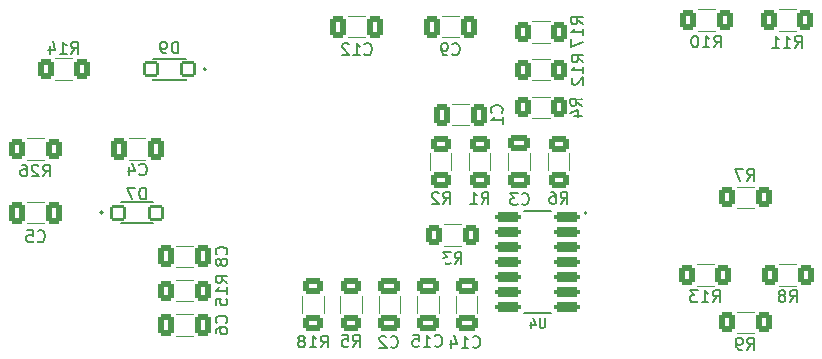
<source format=gbo>
G04 #@! TF.GenerationSoftware,KiCad,Pcbnew,8.0.0*
G04 #@! TF.CreationDate,2025-01-04T20:08:10+01:00*
G04 #@! TF.ProjectId,inzynierka,696e7a79-6e69-4657-926b-612e6b696361,rev?*
G04 #@! TF.SameCoordinates,Original*
G04 #@! TF.FileFunction,Legend,Bot*
G04 #@! TF.FilePolarity,Positive*
%FSLAX46Y46*%
G04 Gerber Fmt 4.6, Leading zero omitted, Abs format (unit mm)*
G04 Created by KiCad (PCBNEW 8.0.0) date 2025-01-04 20:08:10*
%MOMM*%
%LPD*%
G01*
G04 APERTURE LIST*
G04 Aperture macros list*
%AMRoundRect*
0 Rectangle with rounded corners*
0 $1 Rounding radius*
0 $2 $3 $4 $5 $6 $7 $8 $9 X,Y pos of 4 corners*
0 Add a 4 corners polygon primitive as box body*
4,1,4,$2,$3,$4,$5,$6,$7,$8,$9,$2,$3,0*
0 Add four circle primitives for the rounded corners*
1,1,$1+$1,$2,$3*
1,1,$1+$1,$4,$5*
1,1,$1+$1,$6,$7*
1,1,$1+$1,$8,$9*
0 Add four rect primitives between the rounded corners*
20,1,$1+$1,$2,$3,$4,$5,0*
20,1,$1+$1,$4,$5,$6,$7,0*
20,1,$1+$1,$6,$7,$8,$9,0*
20,1,$1+$1,$8,$9,$2,$3,0*%
G04 Aperture macros list end*
%ADD10C,0.150000*%
%ADD11C,0.120000*%
%ADD12C,0.127000*%
%ADD13C,0.200000*%
%ADD14C,0.001000*%
%ADD15R,2.400000X2.400000*%
%ADD16O,2.400000X2.400000*%
%ADD17R,1.600000X1.600000*%
%ADD18C,1.600000*%
%ADD19R,1.700000X1.700000*%
%ADD20O,1.700000X1.700000*%
%ADD21R,1.050000X1.500000*%
%ADD22O,1.050000X1.500000*%
%ADD23C,2.000000*%
%ADD24C,2.250000*%
%ADD25RoundRect,0.250000X-0.400000X-0.625000X0.400000X-0.625000X0.400000X0.625000X-0.400000X0.625000X0*%
%ADD26RoundRect,0.250000X-0.412500X-0.650000X0.412500X-0.650000X0.412500X0.650000X-0.412500X0.650000X0*%
%ADD27RoundRect,0.250000X0.400000X0.625000X-0.400000X0.625000X-0.400000X-0.625000X0.400000X-0.625000X0*%
%ADD28RoundRect,0.250000X0.412500X0.650000X-0.412500X0.650000X-0.412500X-0.650000X0.412500X-0.650000X0*%
%ADD29RoundRect,0.102000X-0.540000X-0.545000X0.540000X-0.545000X0.540000X0.545000X-0.540000X0.545000X0*%
%ADD30RoundRect,0.250000X-0.650000X0.412500X-0.650000X-0.412500X0.650000X-0.412500X0.650000X0.412500X0*%
%ADD31RoundRect,0.250000X0.625000X-0.400000X0.625000X0.400000X-0.625000X0.400000X-0.625000X-0.400000X0*%
%ADD32RoundRect,0.201000X0.886000X0.201000X-0.886000X0.201000X-0.886000X-0.201000X0.886000X-0.201000X0*%
%ADD33RoundRect,0.102000X0.540000X0.545000X-0.540000X0.545000X-0.540000X-0.545000X0.540000X-0.545000X0*%
%ADD34RoundRect,0.250000X-0.625000X0.400000X-0.625000X-0.400000X0.625000X-0.400000X0.625000X0.400000X0*%
%ADD35RoundRect,0.250000X0.650000X-0.412500X0.650000X0.412500X-0.650000X0.412500X-0.650000X-0.412500X0*%
%ADD36C,0.600000*%
%ADD37C,0.500000*%
G04 APERTURE END LIST*
D10*
X160044819Y-84337142D02*
X159568628Y-84003809D01*
X160044819Y-83765714D02*
X159044819Y-83765714D01*
X159044819Y-83765714D02*
X159044819Y-84146666D01*
X159044819Y-84146666D02*
X159092438Y-84241904D01*
X159092438Y-84241904D02*
X159140057Y-84289523D01*
X159140057Y-84289523D02*
X159235295Y-84337142D01*
X159235295Y-84337142D02*
X159378152Y-84337142D01*
X159378152Y-84337142D02*
X159473390Y-84289523D01*
X159473390Y-84289523D02*
X159521009Y-84241904D01*
X159521009Y-84241904D02*
X159568628Y-84146666D01*
X159568628Y-84146666D02*
X159568628Y-83765714D01*
X160044819Y-85289523D02*
X160044819Y-84718095D01*
X160044819Y-85003809D02*
X159044819Y-85003809D01*
X159044819Y-85003809D02*
X159187676Y-84908571D01*
X159187676Y-84908571D02*
X159282914Y-84813333D01*
X159282914Y-84813333D02*
X159330533Y-84718095D01*
X159044819Y-85622857D02*
X159044819Y-86289523D01*
X159044819Y-86289523D02*
X160044819Y-85860952D01*
X122496667Y-97049579D02*
X122544286Y-97097199D01*
X122544286Y-97097199D02*
X122687143Y-97144818D01*
X122687143Y-97144818D02*
X122782381Y-97144818D01*
X122782381Y-97144818D02*
X122925238Y-97097199D01*
X122925238Y-97097199D02*
X123020476Y-97001960D01*
X123020476Y-97001960D02*
X123068095Y-96906722D01*
X123068095Y-96906722D02*
X123115714Y-96716246D01*
X123115714Y-96716246D02*
X123115714Y-96573389D01*
X123115714Y-96573389D02*
X123068095Y-96382913D01*
X123068095Y-96382913D02*
X123020476Y-96287675D01*
X123020476Y-96287675D02*
X122925238Y-96192437D01*
X122925238Y-96192437D02*
X122782381Y-96144818D01*
X122782381Y-96144818D02*
X122687143Y-96144818D01*
X122687143Y-96144818D02*
X122544286Y-96192437D01*
X122544286Y-96192437D02*
X122496667Y-96240056D01*
X121639524Y-96478151D02*
X121639524Y-97144818D01*
X121877619Y-96097199D02*
X122115714Y-96811484D01*
X122115714Y-96811484D02*
X121496667Y-96811484D01*
X113886667Y-102699579D02*
X113934286Y-102747199D01*
X113934286Y-102747199D02*
X114077143Y-102794818D01*
X114077143Y-102794818D02*
X114172381Y-102794818D01*
X114172381Y-102794818D02*
X114315238Y-102747199D01*
X114315238Y-102747199D02*
X114410476Y-102651960D01*
X114410476Y-102651960D02*
X114458095Y-102556722D01*
X114458095Y-102556722D02*
X114505714Y-102366246D01*
X114505714Y-102366246D02*
X114505714Y-102223389D01*
X114505714Y-102223389D02*
X114458095Y-102032913D01*
X114458095Y-102032913D02*
X114410476Y-101937675D01*
X114410476Y-101937675D02*
X114315238Y-101842437D01*
X114315238Y-101842437D02*
X114172381Y-101794818D01*
X114172381Y-101794818D02*
X114077143Y-101794818D01*
X114077143Y-101794818D02*
X113934286Y-101842437D01*
X113934286Y-101842437D02*
X113886667Y-101890056D01*
X112981905Y-101794818D02*
X113458095Y-101794818D01*
X113458095Y-101794818D02*
X113505714Y-102271008D01*
X113505714Y-102271008D02*
X113458095Y-102223389D01*
X113458095Y-102223389D02*
X113362857Y-102175770D01*
X113362857Y-102175770D02*
X113124762Y-102175770D01*
X113124762Y-102175770D02*
X113029524Y-102223389D01*
X113029524Y-102223389D02*
X112981905Y-102271008D01*
X112981905Y-102271008D02*
X112934286Y-102366246D01*
X112934286Y-102366246D02*
X112934286Y-102604341D01*
X112934286Y-102604341D02*
X112981905Y-102699579D01*
X112981905Y-102699579D02*
X113029524Y-102747199D01*
X113029524Y-102747199D02*
X113124762Y-102794818D01*
X113124762Y-102794818D02*
X113362857Y-102794818D01*
X113362857Y-102794818D02*
X113458095Y-102747199D01*
X113458095Y-102747199D02*
X113505714Y-102699579D01*
X116722857Y-86844819D02*
X117056190Y-86368628D01*
X117294285Y-86844819D02*
X117294285Y-85844819D01*
X117294285Y-85844819D02*
X116913333Y-85844819D01*
X116913333Y-85844819D02*
X116818095Y-85892438D01*
X116818095Y-85892438D02*
X116770476Y-85940057D01*
X116770476Y-85940057D02*
X116722857Y-86035295D01*
X116722857Y-86035295D02*
X116722857Y-86178152D01*
X116722857Y-86178152D02*
X116770476Y-86273390D01*
X116770476Y-86273390D02*
X116818095Y-86321009D01*
X116818095Y-86321009D02*
X116913333Y-86368628D01*
X116913333Y-86368628D02*
X117294285Y-86368628D01*
X115770476Y-86844819D02*
X116341904Y-86844819D01*
X116056190Y-86844819D02*
X116056190Y-85844819D01*
X116056190Y-85844819D02*
X116151428Y-85987676D01*
X116151428Y-85987676D02*
X116246666Y-86082914D01*
X116246666Y-86082914D02*
X116341904Y-86130533D01*
X114913333Y-86178152D02*
X114913333Y-86844819D01*
X115151428Y-85797200D02*
X115389523Y-86511485D01*
X115389523Y-86511485D02*
X114770476Y-86511485D01*
X141552857Y-86869580D02*
X141600476Y-86917200D01*
X141600476Y-86917200D02*
X141743333Y-86964819D01*
X141743333Y-86964819D02*
X141838571Y-86964819D01*
X141838571Y-86964819D02*
X141981428Y-86917200D01*
X141981428Y-86917200D02*
X142076666Y-86821961D01*
X142076666Y-86821961D02*
X142124285Y-86726723D01*
X142124285Y-86726723D02*
X142171904Y-86536247D01*
X142171904Y-86536247D02*
X142171904Y-86393390D01*
X142171904Y-86393390D02*
X142124285Y-86202914D01*
X142124285Y-86202914D02*
X142076666Y-86107676D01*
X142076666Y-86107676D02*
X141981428Y-86012438D01*
X141981428Y-86012438D02*
X141838571Y-85964819D01*
X141838571Y-85964819D02*
X141743333Y-85964819D01*
X141743333Y-85964819D02*
X141600476Y-86012438D01*
X141600476Y-86012438D02*
X141552857Y-86060057D01*
X140600476Y-86964819D02*
X141171904Y-86964819D01*
X140886190Y-86964819D02*
X140886190Y-85964819D01*
X140886190Y-85964819D02*
X140981428Y-86107676D01*
X140981428Y-86107676D02*
X141076666Y-86202914D01*
X141076666Y-86202914D02*
X141171904Y-86250533D01*
X140219523Y-86060057D02*
X140171904Y-86012438D01*
X140171904Y-86012438D02*
X140076666Y-85964819D01*
X140076666Y-85964819D02*
X139838571Y-85964819D01*
X139838571Y-85964819D02*
X139743333Y-86012438D01*
X139743333Y-86012438D02*
X139695714Y-86060057D01*
X139695714Y-86060057D02*
X139648095Y-86155295D01*
X139648095Y-86155295D02*
X139648095Y-86250533D01*
X139648095Y-86250533D02*
X139695714Y-86393390D01*
X139695714Y-86393390D02*
X140267142Y-86964819D01*
X140267142Y-86964819D02*
X139648095Y-86964819D01*
X160094819Y-87567142D02*
X159618628Y-87233809D01*
X160094819Y-86995714D02*
X159094819Y-86995714D01*
X159094819Y-86995714D02*
X159094819Y-87376666D01*
X159094819Y-87376666D02*
X159142438Y-87471904D01*
X159142438Y-87471904D02*
X159190057Y-87519523D01*
X159190057Y-87519523D02*
X159285295Y-87567142D01*
X159285295Y-87567142D02*
X159428152Y-87567142D01*
X159428152Y-87567142D02*
X159523390Y-87519523D01*
X159523390Y-87519523D02*
X159571009Y-87471904D01*
X159571009Y-87471904D02*
X159618628Y-87376666D01*
X159618628Y-87376666D02*
X159618628Y-86995714D01*
X160094819Y-88519523D02*
X160094819Y-87948095D01*
X160094819Y-88233809D02*
X159094819Y-88233809D01*
X159094819Y-88233809D02*
X159237676Y-88138571D01*
X159237676Y-88138571D02*
X159332914Y-88043333D01*
X159332914Y-88043333D02*
X159380533Y-87948095D01*
X159190057Y-88900476D02*
X159142438Y-88948095D01*
X159142438Y-88948095D02*
X159094819Y-89043333D01*
X159094819Y-89043333D02*
X159094819Y-89281428D01*
X159094819Y-89281428D02*
X159142438Y-89376666D01*
X159142438Y-89376666D02*
X159190057Y-89424285D01*
X159190057Y-89424285D02*
X159285295Y-89471904D01*
X159285295Y-89471904D02*
X159380533Y-89471904D01*
X159380533Y-89471904D02*
X159523390Y-89424285D01*
X159523390Y-89424285D02*
X160094819Y-88852857D01*
X160094819Y-88852857D02*
X160094819Y-89471904D01*
X149196666Y-104644819D02*
X149529999Y-104168628D01*
X149768094Y-104644819D02*
X149768094Y-103644819D01*
X149768094Y-103644819D02*
X149387142Y-103644819D01*
X149387142Y-103644819D02*
X149291904Y-103692438D01*
X149291904Y-103692438D02*
X149244285Y-103740057D01*
X149244285Y-103740057D02*
X149196666Y-103835295D01*
X149196666Y-103835295D02*
X149196666Y-103978152D01*
X149196666Y-103978152D02*
X149244285Y-104073390D01*
X149244285Y-104073390D02*
X149291904Y-104121009D01*
X149291904Y-104121009D02*
X149387142Y-104168628D01*
X149387142Y-104168628D02*
X149768094Y-104168628D01*
X148863332Y-103644819D02*
X148244285Y-103644819D01*
X148244285Y-103644819D02*
X148577618Y-104025771D01*
X148577618Y-104025771D02*
X148434761Y-104025771D01*
X148434761Y-104025771D02*
X148339523Y-104073390D01*
X148339523Y-104073390D02*
X148291904Y-104121009D01*
X148291904Y-104121009D02*
X148244285Y-104216247D01*
X148244285Y-104216247D02*
X148244285Y-104454342D01*
X148244285Y-104454342D02*
X148291904Y-104549580D01*
X148291904Y-104549580D02*
X148339523Y-104597200D01*
X148339523Y-104597200D02*
X148434761Y-104644819D01*
X148434761Y-104644819D02*
X148720475Y-104644819D01*
X148720475Y-104644819D02*
X148815713Y-104597200D01*
X148815713Y-104597200D02*
X148863332Y-104549580D01*
X148996667Y-86869579D02*
X149044286Y-86917199D01*
X149044286Y-86917199D02*
X149187143Y-86964818D01*
X149187143Y-86964818D02*
X149282381Y-86964818D01*
X149282381Y-86964818D02*
X149425238Y-86917199D01*
X149425238Y-86917199D02*
X149520476Y-86821960D01*
X149520476Y-86821960D02*
X149568095Y-86726722D01*
X149568095Y-86726722D02*
X149615714Y-86536246D01*
X149615714Y-86536246D02*
X149615714Y-86393389D01*
X149615714Y-86393389D02*
X149568095Y-86202913D01*
X149568095Y-86202913D02*
X149520476Y-86107675D01*
X149520476Y-86107675D02*
X149425238Y-86012437D01*
X149425238Y-86012437D02*
X149282381Y-85964818D01*
X149282381Y-85964818D02*
X149187143Y-85964818D01*
X149187143Y-85964818D02*
X149044286Y-86012437D01*
X149044286Y-86012437D02*
X148996667Y-86060056D01*
X148520476Y-86964818D02*
X148330000Y-86964818D01*
X148330000Y-86964818D02*
X148234762Y-86917199D01*
X148234762Y-86917199D02*
X148187143Y-86869579D01*
X148187143Y-86869579D02*
X148091905Y-86726722D01*
X148091905Y-86726722D02*
X148044286Y-86536246D01*
X148044286Y-86536246D02*
X148044286Y-86155294D01*
X148044286Y-86155294D02*
X148091905Y-86060056D01*
X148091905Y-86060056D02*
X148139524Y-86012437D01*
X148139524Y-86012437D02*
X148234762Y-85964818D01*
X148234762Y-85964818D02*
X148425238Y-85964818D01*
X148425238Y-85964818D02*
X148520476Y-86012437D01*
X148520476Y-86012437D02*
X148568095Y-86060056D01*
X148568095Y-86060056D02*
X148615714Y-86155294D01*
X148615714Y-86155294D02*
X148615714Y-86393389D01*
X148615714Y-86393389D02*
X148568095Y-86488627D01*
X148568095Y-86488627D02*
X148520476Y-86536246D01*
X148520476Y-86536246D02*
X148425238Y-86583865D01*
X148425238Y-86583865D02*
X148234762Y-86583865D01*
X148234762Y-86583865D02*
X148139524Y-86536246D01*
X148139524Y-86536246D02*
X148091905Y-86488627D01*
X148091905Y-86488627D02*
X148044286Y-86393389D01*
X123038095Y-99174818D02*
X123038095Y-98174818D01*
X123038095Y-98174818D02*
X122800000Y-98174818D01*
X122800000Y-98174818D02*
X122657143Y-98222437D01*
X122657143Y-98222437D02*
X122561905Y-98317675D01*
X122561905Y-98317675D02*
X122514286Y-98412913D01*
X122514286Y-98412913D02*
X122466667Y-98603389D01*
X122466667Y-98603389D02*
X122466667Y-98746246D01*
X122466667Y-98746246D02*
X122514286Y-98936722D01*
X122514286Y-98936722D02*
X122561905Y-99031960D01*
X122561905Y-99031960D02*
X122657143Y-99127199D01*
X122657143Y-99127199D02*
X122800000Y-99174818D01*
X122800000Y-99174818D02*
X123038095Y-99174818D01*
X122133333Y-98174818D02*
X121466667Y-98174818D01*
X121466667Y-98174818D02*
X121895238Y-99174818D01*
X150722857Y-111649580D02*
X150770476Y-111697200D01*
X150770476Y-111697200D02*
X150913333Y-111744819D01*
X150913333Y-111744819D02*
X151008571Y-111744819D01*
X151008571Y-111744819D02*
X151151428Y-111697200D01*
X151151428Y-111697200D02*
X151246666Y-111601961D01*
X151246666Y-111601961D02*
X151294285Y-111506723D01*
X151294285Y-111506723D02*
X151341904Y-111316247D01*
X151341904Y-111316247D02*
X151341904Y-111173390D01*
X151341904Y-111173390D02*
X151294285Y-110982914D01*
X151294285Y-110982914D02*
X151246666Y-110887676D01*
X151246666Y-110887676D02*
X151151428Y-110792438D01*
X151151428Y-110792438D02*
X151008571Y-110744819D01*
X151008571Y-110744819D02*
X150913333Y-110744819D01*
X150913333Y-110744819D02*
X150770476Y-110792438D01*
X150770476Y-110792438D02*
X150722857Y-110840057D01*
X149770476Y-111744819D02*
X150341904Y-111744819D01*
X150056190Y-111744819D02*
X150056190Y-110744819D01*
X150056190Y-110744819D02*
X150151428Y-110887676D01*
X150151428Y-110887676D02*
X150246666Y-110982914D01*
X150246666Y-110982914D02*
X150341904Y-111030533D01*
X148913333Y-111078152D02*
X148913333Y-111744819D01*
X149151428Y-110697200D02*
X149389523Y-111411485D01*
X149389523Y-111411485D02*
X148770476Y-111411485D01*
X173946666Y-97584819D02*
X174279999Y-97108628D01*
X174518094Y-97584819D02*
X174518094Y-96584819D01*
X174518094Y-96584819D02*
X174137142Y-96584819D01*
X174137142Y-96584819D02*
X174041904Y-96632438D01*
X174041904Y-96632438D02*
X173994285Y-96680057D01*
X173994285Y-96680057D02*
X173946666Y-96775295D01*
X173946666Y-96775295D02*
X173946666Y-96918152D01*
X173946666Y-96918152D02*
X173994285Y-97013390D01*
X173994285Y-97013390D02*
X174041904Y-97061009D01*
X174041904Y-97061009D02*
X174137142Y-97108628D01*
X174137142Y-97108628D02*
X174518094Y-97108628D01*
X173613332Y-96584819D02*
X172946666Y-96584819D01*
X172946666Y-96584819D02*
X173375237Y-97584819D01*
X159964819Y-91243333D02*
X159488628Y-90910000D01*
X159964819Y-90671905D02*
X158964819Y-90671905D01*
X158964819Y-90671905D02*
X158964819Y-91052857D01*
X158964819Y-91052857D02*
X159012438Y-91148095D01*
X159012438Y-91148095D02*
X159060057Y-91195714D01*
X159060057Y-91195714D02*
X159155295Y-91243333D01*
X159155295Y-91243333D02*
X159298152Y-91243333D01*
X159298152Y-91243333D02*
X159393390Y-91195714D01*
X159393390Y-91195714D02*
X159441009Y-91148095D01*
X159441009Y-91148095D02*
X159488628Y-91052857D01*
X159488628Y-91052857D02*
X159488628Y-90671905D01*
X159298152Y-92100476D02*
X159964819Y-92100476D01*
X158917200Y-91862381D02*
X159631485Y-91624286D01*
X159631485Y-91624286D02*
X159631485Y-92243333D01*
X171042857Y-107874819D02*
X171376190Y-107398628D01*
X171614285Y-107874819D02*
X171614285Y-106874819D01*
X171614285Y-106874819D02*
X171233333Y-106874819D01*
X171233333Y-106874819D02*
X171138095Y-106922438D01*
X171138095Y-106922438D02*
X171090476Y-106970057D01*
X171090476Y-106970057D02*
X171042857Y-107065295D01*
X171042857Y-107065295D02*
X171042857Y-107208152D01*
X171042857Y-107208152D02*
X171090476Y-107303390D01*
X171090476Y-107303390D02*
X171138095Y-107351009D01*
X171138095Y-107351009D02*
X171233333Y-107398628D01*
X171233333Y-107398628D02*
X171614285Y-107398628D01*
X170090476Y-107874819D02*
X170661904Y-107874819D01*
X170376190Y-107874819D02*
X170376190Y-106874819D01*
X170376190Y-106874819D02*
X170471428Y-107017676D01*
X170471428Y-107017676D02*
X170566666Y-107112914D01*
X170566666Y-107112914D02*
X170661904Y-107160533D01*
X169757142Y-106874819D02*
X169138095Y-106874819D01*
X169138095Y-106874819D02*
X169471428Y-107255771D01*
X169471428Y-107255771D02*
X169328571Y-107255771D01*
X169328571Y-107255771D02*
X169233333Y-107303390D01*
X169233333Y-107303390D02*
X169185714Y-107351009D01*
X169185714Y-107351009D02*
X169138095Y-107446247D01*
X169138095Y-107446247D02*
X169138095Y-107684342D01*
X169138095Y-107684342D02*
X169185714Y-107779580D01*
X169185714Y-107779580D02*
X169233333Y-107827200D01*
X169233333Y-107827200D02*
X169328571Y-107874819D01*
X169328571Y-107874819D02*
X169614285Y-107874819D01*
X169614285Y-107874819D02*
X169709523Y-107827200D01*
X169709523Y-107827200D02*
X169757142Y-107779580D01*
X177992857Y-86334819D02*
X178326190Y-85858628D01*
X178564285Y-86334819D02*
X178564285Y-85334819D01*
X178564285Y-85334819D02*
X178183333Y-85334819D01*
X178183333Y-85334819D02*
X178088095Y-85382438D01*
X178088095Y-85382438D02*
X178040476Y-85430057D01*
X178040476Y-85430057D02*
X177992857Y-85525295D01*
X177992857Y-85525295D02*
X177992857Y-85668152D01*
X177992857Y-85668152D02*
X178040476Y-85763390D01*
X178040476Y-85763390D02*
X178088095Y-85811009D01*
X178088095Y-85811009D02*
X178183333Y-85858628D01*
X178183333Y-85858628D02*
X178564285Y-85858628D01*
X177040476Y-86334819D02*
X177611904Y-86334819D01*
X177326190Y-86334819D02*
X177326190Y-85334819D01*
X177326190Y-85334819D02*
X177421428Y-85477676D01*
X177421428Y-85477676D02*
X177516666Y-85572914D01*
X177516666Y-85572914D02*
X177611904Y-85620533D01*
X176088095Y-86334819D02*
X176659523Y-86334819D01*
X176373809Y-86334819D02*
X176373809Y-85334819D01*
X176373809Y-85334819D02*
X176469047Y-85477676D01*
X176469047Y-85477676D02*
X176564285Y-85572914D01*
X176564285Y-85572914D02*
X176659523Y-85620533D01*
X151466666Y-99554819D02*
X151799999Y-99078628D01*
X152038094Y-99554819D02*
X152038094Y-98554819D01*
X152038094Y-98554819D02*
X151657142Y-98554819D01*
X151657142Y-98554819D02*
X151561904Y-98602438D01*
X151561904Y-98602438D02*
X151514285Y-98650057D01*
X151514285Y-98650057D02*
X151466666Y-98745295D01*
X151466666Y-98745295D02*
X151466666Y-98888152D01*
X151466666Y-98888152D02*
X151514285Y-98983390D01*
X151514285Y-98983390D02*
X151561904Y-99031009D01*
X151561904Y-99031009D02*
X151657142Y-99078628D01*
X151657142Y-99078628D02*
X152038094Y-99078628D01*
X150514285Y-99554819D02*
X151085713Y-99554819D01*
X150799999Y-99554819D02*
X150799999Y-98554819D01*
X150799999Y-98554819D02*
X150895237Y-98697676D01*
X150895237Y-98697676D02*
X150990475Y-98792914D01*
X150990475Y-98792914D02*
X151085713Y-98840533D01*
X156839523Y-109262295D02*
X156839523Y-109909914D01*
X156839523Y-109909914D02*
X156801428Y-109986104D01*
X156801428Y-109986104D02*
X156763333Y-110024200D01*
X156763333Y-110024200D02*
X156687142Y-110062295D01*
X156687142Y-110062295D02*
X156534761Y-110062295D01*
X156534761Y-110062295D02*
X156458571Y-110024200D01*
X156458571Y-110024200D02*
X156420476Y-109986104D01*
X156420476Y-109986104D02*
X156382380Y-109909914D01*
X156382380Y-109909914D02*
X156382380Y-109262295D01*
X155658571Y-109528961D02*
X155658571Y-110062295D01*
X155849047Y-109224200D02*
X156039524Y-109795628D01*
X156039524Y-109795628D02*
X155544285Y-109795628D01*
X143766667Y-111659579D02*
X143814286Y-111707199D01*
X143814286Y-111707199D02*
X143957143Y-111754818D01*
X143957143Y-111754818D02*
X144052381Y-111754818D01*
X144052381Y-111754818D02*
X144195238Y-111707199D01*
X144195238Y-111707199D02*
X144290476Y-111611960D01*
X144290476Y-111611960D02*
X144338095Y-111516722D01*
X144338095Y-111516722D02*
X144385714Y-111326246D01*
X144385714Y-111326246D02*
X144385714Y-111183389D01*
X144385714Y-111183389D02*
X144338095Y-110992913D01*
X144338095Y-110992913D02*
X144290476Y-110897675D01*
X144290476Y-110897675D02*
X144195238Y-110802437D01*
X144195238Y-110802437D02*
X144052381Y-110754818D01*
X144052381Y-110754818D02*
X143957143Y-110754818D01*
X143957143Y-110754818D02*
X143814286Y-110802437D01*
X143814286Y-110802437D02*
X143766667Y-110850056D01*
X143385714Y-110850056D02*
X143338095Y-110802437D01*
X143338095Y-110802437D02*
X143242857Y-110754818D01*
X143242857Y-110754818D02*
X143004762Y-110754818D01*
X143004762Y-110754818D02*
X142909524Y-110802437D01*
X142909524Y-110802437D02*
X142861905Y-110850056D01*
X142861905Y-110850056D02*
X142814286Y-110945294D01*
X142814286Y-110945294D02*
X142814286Y-111040532D01*
X142814286Y-111040532D02*
X142861905Y-111183389D01*
X142861905Y-111183389D02*
X143433333Y-111754818D01*
X143433333Y-111754818D02*
X142814286Y-111754818D01*
X129859580Y-103833333D02*
X129907200Y-103785714D01*
X129907200Y-103785714D02*
X129954819Y-103642857D01*
X129954819Y-103642857D02*
X129954819Y-103547619D01*
X129954819Y-103547619D02*
X129907200Y-103404762D01*
X129907200Y-103404762D02*
X129811961Y-103309524D01*
X129811961Y-103309524D02*
X129716723Y-103261905D01*
X129716723Y-103261905D02*
X129526247Y-103214286D01*
X129526247Y-103214286D02*
X129383390Y-103214286D01*
X129383390Y-103214286D02*
X129192914Y-103261905D01*
X129192914Y-103261905D02*
X129097676Y-103309524D01*
X129097676Y-103309524D02*
X129002438Y-103404762D01*
X129002438Y-103404762D02*
X128954819Y-103547619D01*
X128954819Y-103547619D02*
X128954819Y-103642857D01*
X128954819Y-103642857D02*
X129002438Y-103785714D01*
X129002438Y-103785714D02*
X129050057Y-103833333D01*
X129383390Y-104404762D02*
X129335771Y-104309524D01*
X129335771Y-104309524D02*
X129288152Y-104261905D01*
X129288152Y-104261905D02*
X129192914Y-104214286D01*
X129192914Y-104214286D02*
X129145295Y-104214286D01*
X129145295Y-104214286D02*
X129050057Y-104261905D01*
X129050057Y-104261905D02*
X129002438Y-104309524D01*
X129002438Y-104309524D02*
X128954819Y-104404762D01*
X128954819Y-104404762D02*
X128954819Y-104595238D01*
X128954819Y-104595238D02*
X129002438Y-104690476D01*
X129002438Y-104690476D02*
X129050057Y-104738095D01*
X129050057Y-104738095D02*
X129145295Y-104785714D01*
X129145295Y-104785714D02*
X129192914Y-104785714D01*
X129192914Y-104785714D02*
X129288152Y-104738095D01*
X129288152Y-104738095D02*
X129335771Y-104690476D01*
X129335771Y-104690476D02*
X129383390Y-104595238D01*
X129383390Y-104595238D02*
X129383390Y-104404762D01*
X129383390Y-104404762D02*
X129431009Y-104309524D01*
X129431009Y-104309524D02*
X129478628Y-104261905D01*
X129478628Y-104261905D02*
X129573866Y-104214286D01*
X129573866Y-104214286D02*
X129764342Y-104214286D01*
X129764342Y-104214286D02*
X129859580Y-104261905D01*
X129859580Y-104261905D02*
X129907200Y-104309524D01*
X129907200Y-104309524D02*
X129954819Y-104404762D01*
X129954819Y-104404762D02*
X129954819Y-104595238D01*
X129954819Y-104595238D02*
X129907200Y-104690476D01*
X129907200Y-104690476D02*
X129859580Y-104738095D01*
X129859580Y-104738095D02*
X129764342Y-104785714D01*
X129764342Y-104785714D02*
X129573866Y-104785714D01*
X129573866Y-104785714D02*
X129478628Y-104738095D01*
X129478628Y-104738095D02*
X129431009Y-104690476D01*
X129431009Y-104690476D02*
X129383390Y-104595238D01*
X125788094Y-86814819D02*
X125788094Y-85814819D01*
X125788094Y-85814819D02*
X125549999Y-85814819D01*
X125549999Y-85814819D02*
X125407142Y-85862438D01*
X125407142Y-85862438D02*
X125311904Y-85957676D01*
X125311904Y-85957676D02*
X125264285Y-86052914D01*
X125264285Y-86052914D02*
X125216666Y-86243390D01*
X125216666Y-86243390D02*
X125216666Y-86386247D01*
X125216666Y-86386247D02*
X125264285Y-86576723D01*
X125264285Y-86576723D02*
X125311904Y-86671961D01*
X125311904Y-86671961D02*
X125407142Y-86767200D01*
X125407142Y-86767200D02*
X125549999Y-86814819D01*
X125549999Y-86814819D02*
X125788094Y-86814819D01*
X124740475Y-86814819D02*
X124549999Y-86814819D01*
X124549999Y-86814819D02*
X124454761Y-86767200D01*
X124454761Y-86767200D02*
X124407142Y-86719580D01*
X124407142Y-86719580D02*
X124311904Y-86576723D01*
X124311904Y-86576723D02*
X124264285Y-86386247D01*
X124264285Y-86386247D02*
X124264285Y-86005295D01*
X124264285Y-86005295D02*
X124311904Y-85910057D01*
X124311904Y-85910057D02*
X124359523Y-85862438D01*
X124359523Y-85862438D02*
X124454761Y-85814819D01*
X124454761Y-85814819D02*
X124645237Y-85814819D01*
X124645237Y-85814819D02*
X124740475Y-85862438D01*
X124740475Y-85862438D02*
X124788094Y-85910057D01*
X124788094Y-85910057D02*
X124835713Y-86005295D01*
X124835713Y-86005295D02*
X124835713Y-86243390D01*
X124835713Y-86243390D02*
X124788094Y-86338628D01*
X124788094Y-86338628D02*
X124740475Y-86386247D01*
X124740475Y-86386247D02*
X124645237Y-86433866D01*
X124645237Y-86433866D02*
X124454761Y-86433866D01*
X124454761Y-86433866D02*
X124359523Y-86386247D01*
X124359523Y-86386247D02*
X124311904Y-86338628D01*
X124311904Y-86338628D02*
X124264285Y-86243390D01*
X177566666Y-107854819D02*
X177899999Y-107378628D01*
X178138094Y-107854819D02*
X178138094Y-106854819D01*
X178138094Y-106854819D02*
X177757142Y-106854819D01*
X177757142Y-106854819D02*
X177661904Y-106902438D01*
X177661904Y-106902438D02*
X177614285Y-106950057D01*
X177614285Y-106950057D02*
X177566666Y-107045295D01*
X177566666Y-107045295D02*
X177566666Y-107188152D01*
X177566666Y-107188152D02*
X177614285Y-107283390D01*
X177614285Y-107283390D02*
X177661904Y-107331009D01*
X177661904Y-107331009D02*
X177757142Y-107378628D01*
X177757142Y-107378628D02*
X178138094Y-107378628D01*
X176995237Y-107283390D02*
X177090475Y-107235771D01*
X177090475Y-107235771D02*
X177138094Y-107188152D01*
X177138094Y-107188152D02*
X177185713Y-107092914D01*
X177185713Y-107092914D02*
X177185713Y-107045295D01*
X177185713Y-107045295D02*
X177138094Y-106950057D01*
X177138094Y-106950057D02*
X177090475Y-106902438D01*
X177090475Y-106902438D02*
X176995237Y-106854819D01*
X176995237Y-106854819D02*
X176804761Y-106854819D01*
X176804761Y-106854819D02*
X176709523Y-106902438D01*
X176709523Y-106902438D02*
X176661904Y-106950057D01*
X176661904Y-106950057D02*
X176614285Y-107045295D01*
X176614285Y-107045295D02*
X176614285Y-107092914D01*
X176614285Y-107092914D02*
X176661904Y-107188152D01*
X176661904Y-107188152D02*
X176709523Y-107235771D01*
X176709523Y-107235771D02*
X176804761Y-107283390D01*
X176804761Y-107283390D02*
X176995237Y-107283390D01*
X176995237Y-107283390D02*
X177090475Y-107331009D01*
X177090475Y-107331009D02*
X177138094Y-107378628D01*
X177138094Y-107378628D02*
X177185713Y-107473866D01*
X177185713Y-107473866D02*
X177185713Y-107664342D01*
X177185713Y-107664342D02*
X177138094Y-107759580D01*
X177138094Y-107759580D02*
X177090475Y-107807200D01*
X177090475Y-107807200D02*
X176995237Y-107854819D01*
X176995237Y-107854819D02*
X176804761Y-107854819D01*
X176804761Y-107854819D02*
X176709523Y-107807200D01*
X176709523Y-107807200D02*
X176661904Y-107759580D01*
X176661904Y-107759580D02*
X176614285Y-107664342D01*
X176614285Y-107664342D02*
X176614285Y-107473866D01*
X176614285Y-107473866D02*
X176661904Y-107378628D01*
X176661904Y-107378628D02*
X176709523Y-107331009D01*
X176709523Y-107331009D02*
X176804761Y-107283390D01*
X173956666Y-111894819D02*
X174289999Y-111418628D01*
X174528094Y-111894819D02*
X174528094Y-110894819D01*
X174528094Y-110894819D02*
X174147142Y-110894819D01*
X174147142Y-110894819D02*
X174051904Y-110942438D01*
X174051904Y-110942438D02*
X174004285Y-110990057D01*
X174004285Y-110990057D02*
X173956666Y-111085295D01*
X173956666Y-111085295D02*
X173956666Y-111228152D01*
X173956666Y-111228152D02*
X174004285Y-111323390D01*
X174004285Y-111323390D02*
X174051904Y-111371009D01*
X174051904Y-111371009D02*
X174147142Y-111418628D01*
X174147142Y-111418628D02*
X174528094Y-111418628D01*
X173480475Y-111894819D02*
X173289999Y-111894819D01*
X173289999Y-111894819D02*
X173194761Y-111847200D01*
X173194761Y-111847200D02*
X173147142Y-111799580D01*
X173147142Y-111799580D02*
X173051904Y-111656723D01*
X173051904Y-111656723D02*
X173004285Y-111466247D01*
X173004285Y-111466247D02*
X173004285Y-111085295D01*
X173004285Y-111085295D02*
X173051904Y-110990057D01*
X173051904Y-110990057D02*
X173099523Y-110942438D01*
X173099523Y-110942438D02*
X173194761Y-110894819D01*
X173194761Y-110894819D02*
X173385237Y-110894819D01*
X173385237Y-110894819D02*
X173480475Y-110942438D01*
X173480475Y-110942438D02*
X173528094Y-110990057D01*
X173528094Y-110990057D02*
X173575713Y-111085295D01*
X173575713Y-111085295D02*
X173575713Y-111323390D01*
X173575713Y-111323390D02*
X173528094Y-111418628D01*
X173528094Y-111418628D02*
X173480475Y-111466247D01*
X173480475Y-111466247D02*
X173385237Y-111513866D01*
X173385237Y-111513866D02*
X173194761Y-111513866D01*
X173194761Y-111513866D02*
X173099523Y-111466247D01*
X173099523Y-111466247D02*
X173051904Y-111418628D01*
X173051904Y-111418628D02*
X173004285Y-111323390D01*
X153159580Y-91833333D02*
X153207200Y-91785714D01*
X153207200Y-91785714D02*
X153254819Y-91642857D01*
X153254819Y-91642857D02*
X153254819Y-91547619D01*
X153254819Y-91547619D02*
X153207200Y-91404762D01*
X153207200Y-91404762D02*
X153111961Y-91309524D01*
X153111961Y-91309524D02*
X153016723Y-91261905D01*
X153016723Y-91261905D02*
X152826247Y-91214286D01*
X152826247Y-91214286D02*
X152683390Y-91214286D01*
X152683390Y-91214286D02*
X152492914Y-91261905D01*
X152492914Y-91261905D02*
X152397676Y-91309524D01*
X152397676Y-91309524D02*
X152302438Y-91404762D01*
X152302438Y-91404762D02*
X152254819Y-91547619D01*
X152254819Y-91547619D02*
X152254819Y-91642857D01*
X152254819Y-91642857D02*
X152302438Y-91785714D01*
X152302438Y-91785714D02*
X152350057Y-91833333D01*
X153254819Y-92785714D02*
X153254819Y-92214286D01*
X153254819Y-92500000D02*
X152254819Y-92500000D01*
X152254819Y-92500000D02*
X152397676Y-92404762D01*
X152397676Y-92404762D02*
X152492914Y-92309524D01*
X152492914Y-92309524D02*
X152540533Y-92214286D01*
X148206666Y-99554819D02*
X148539999Y-99078628D01*
X148778094Y-99554819D02*
X148778094Y-98554819D01*
X148778094Y-98554819D02*
X148397142Y-98554819D01*
X148397142Y-98554819D02*
X148301904Y-98602438D01*
X148301904Y-98602438D02*
X148254285Y-98650057D01*
X148254285Y-98650057D02*
X148206666Y-98745295D01*
X148206666Y-98745295D02*
X148206666Y-98888152D01*
X148206666Y-98888152D02*
X148254285Y-98983390D01*
X148254285Y-98983390D02*
X148301904Y-99031009D01*
X148301904Y-99031009D02*
X148397142Y-99078628D01*
X148397142Y-99078628D02*
X148778094Y-99078628D01*
X147825713Y-98650057D02*
X147778094Y-98602438D01*
X147778094Y-98602438D02*
X147682856Y-98554819D01*
X147682856Y-98554819D02*
X147444761Y-98554819D01*
X147444761Y-98554819D02*
X147349523Y-98602438D01*
X147349523Y-98602438D02*
X147301904Y-98650057D01*
X147301904Y-98650057D02*
X147254285Y-98745295D01*
X147254285Y-98745295D02*
X147254285Y-98840533D01*
X147254285Y-98840533D02*
X147301904Y-98983390D01*
X147301904Y-98983390D02*
X147873332Y-99554819D01*
X147873332Y-99554819D02*
X147254285Y-99554819D01*
X137852857Y-111704819D02*
X138186190Y-111228628D01*
X138424285Y-111704819D02*
X138424285Y-110704819D01*
X138424285Y-110704819D02*
X138043333Y-110704819D01*
X138043333Y-110704819D02*
X137948095Y-110752438D01*
X137948095Y-110752438D02*
X137900476Y-110800057D01*
X137900476Y-110800057D02*
X137852857Y-110895295D01*
X137852857Y-110895295D02*
X137852857Y-111038152D01*
X137852857Y-111038152D02*
X137900476Y-111133390D01*
X137900476Y-111133390D02*
X137948095Y-111181009D01*
X137948095Y-111181009D02*
X138043333Y-111228628D01*
X138043333Y-111228628D02*
X138424285Y-111228628D01*
X136900476Y-111704819D02*
X137471904Y-111704819D01*
X137186190Y-111704819D02*
X137186190Y-110704819D01*
X137186190Y-110704819D02*
X137281428Y-110847676D01*
X137281428Y-110847676D02*
X137376666Y-110942914D01*
X137376666Y-110942914D02*
X137471904Y-110990533D01*
X136329047Y-111133390D02*
X136424285Y-111085771D01*
X136424285Y-111085771D02*
X136471904Y-111038152D01*
X136471904Y-111038152D02*
X136519523Y-110942914D01*
X136519523Y-110942914D02*
X136519523Y-110895295D01*
X136519523Y-110895295D02*
X136471904Y-110800057D01*
X136471904Y-110800057D02*
X136424285Y-110752438D01*
X136424285Y-110752438D02*
X136329047Y-110704819D01*
X136329047Y-110704819D02*
X136138571Y-110704819D01*
X136138571Y-110704819D02*
X136043333Y-110752438D01*
X136043333Y-110752438D02*
X135995714Y-110800057D01*
X135995714Y-110800057D02*
X135948095Y-110895295D01*
X135948095Y-110895295D02*
X135948095Y-110942914D01*
X135948095Y-110942914D02*
X135995714Y-111038152D01*
X135995714Y-111038152D02*
X136043333Y-111085771D01*
X136043333Y-111085771D02*
X136138571Y-111133390D01*
X136138571Y-111133390D02*
X136329047Y-111133390D01*
X136329047Y-111133390D02*
X136424285Y-111181009D01*
X136424285Y-111181009D02*
X136471904Y-111228628D01*
X136471904Y-111228628D02*
X136519523Y-111323866D01*
X136519523Y-111323866D02*
X136519523Y-111514342D01*
X136519523Y-111514342D02*
X136471904Y-111609580D01*
X136471904Y-111609580D02*
X136424285Y-111657200D01*
X136424285Y-111657200D02*
X136329047Y-111704819D01*
X136329047Y-111704819D02*
X136138571Y-111704819D01*
X136138571Y-111704819D02*
X136043333Y-111657200D01*
X136043333Y-111657200D02*
X135995714Y-111609580D01*
X135995714Y-111609580D02*
X135948095Y-111514342D01*
X135948095Y-111514342D02*
X135948095Y-111323866D01*
X135948095Y-111323866D02*
X135995714Y-111228628D01*
X135995714Y-111228628D02*
X136043333Y-111181009D01*
X136043333Y-111181009D02*
X136138571Y-111133390D01*
X114332857Y-97234819D02*
X114666190Y-96758628D01*
X114904285Y-97234819D02*
X114904285Y-96234819D01*
X114904285Y-96234819D02*
X114523333Y-96234819D01*
X114523333Y-96234819D02*
X114428095Y-96282438D01*
X114428095Y-96282438D02*
X114380476Y-96330057D01*
X114380476Y-96330057D02*
X114332857Y-96425295D01*
X114332857Y-96425295D02*
X114332857Y-96568152D01*
X114332857Y-96568152D02*
X114380476Y-96663390D01*
X114380476Y-96663390D02*
X114428095Y-96711009D01*
X114428095Y-96711009D02*
X114523333Y-96758628D01*
X114523333Y-96758628D02*
X114904285Y-96758628D01*
X113951904Y-96330057D02*
X113904285Y-96282438D01*
X113904285Y-96282438D02*
X113809047Y-96234819D01*
X113809047Y-96234819D02*
X113570952Y-96234819D01*
X113570952Y-96234819D02*
X113475714Y-96282438D01*
X113475714Y-96282438D02*
X113428095Y-96330057D01*
X113428095Y-96330057D02*
X113380476Y-96425295D01*
X113380476Y-96425295D02*
X113380476Y-96520533D01*
X113380476Y-96520533D02*
X113428095Y-96663390D01*
X113428095Y-96663390D02*
X113999523Y-97234819D01*
X113999523Y-97234819D02*
X113380476Y-97234819D01*
X112523333Y-96234819D02*
X112713809Y-96234819D01*
X112713809Y-96234819D02*
X112809047Y-96282438D01*
X112809047Y-96282438D02*
X112856666Y-96330057D01*
X112856666Y-96330057D02*
X112951904Y-96472914D01*
X112951904Y-96472914D02*
X112999523Y-96663390D01*
X112999523Y-96663390D02*
X112999523Y-97044342D01*
X112999523Y-97044342D02*
X112951904Y-97139580D01*
X112951904Y-97139580D02*
X112904285Y-97187200D01*
X112904285Y-97187200D02*
X112809047Y-97234819D01*
X112809047Y-97234819D02*
X112618571Y-97234819D01*
X112618571Y-97234819D02*
X112523333Y-97187200D01*
X112523333Y-97187200D02*
X112475714Y-97139580D01*
X112475714Y-97139580D02*
X112428095Y-97044342D01*
X112428095Y-97044342D02*
X112428095Y-96806247D01*
X112428095Y-96806247D02*
X112475714Y-96711009D01*
X112475714Y-96711009D02*
X112523333Y-96663390D01*
X112523333Y-96663390D02*
X112618571Y-96615771D01*
X112618571Y-96615771D02*
X112809047Y-96615771D01*
X112809047Y-96615771D02*
X112904285Y-96663390D01*
X112904285Y-96663390D02*
X112951904Y-96711009D01*
X112951904Y-96711009D02*
X112999523Y-96806247D01*
X171142857Y-86304819D02*
X171476190Y-85828628D01*
X171714285Y-86304819D02*
X171714285Y-85304819D01*
X171714285Y-85304819D02*
X171333333Y-85304819D01*
X171333333Y-85304819D02*
X171238095Y-85352438D01*
X171238095Y-85352438D02*
X171190476Y-85400057D01*
X171190476Y-85400057D02*
X171142857Y-85495295D01*
X171142857Y-85495295D02*
X171142857Y-85638152D01*
X171142857Y-85638152D02*
X171190476Y-85733390D01*
X171190476Y-85733390D02*
X171238095Y-85781009D01*
X171238095Y-85781009D02*
X171333333Y-85828628D01*
X171333333Y-85828628D02*
X171714285Y-85828628D01*
X170190476Y-86304819D02*
X170761904Y-86304819D01*
X170476190Y-86304819D02*
X170476190Y-85304819D01*
X170476190Y-85304819D02*
X170571428Y-85447676D01*
X170571428Y-85447676D02*
X170666666Y-85542914D01*
X170666666Y-85542914D02*
X170761904Y-85590533D01*
X169571428Y-85304819D02*
X169476190Y-85304819D01*
X169476190Y-85304819D02*
X169380952Y-85352438D01*
X169380952Y-85352438D02*
X169333333Y-85400057D01*
X169333333Y-85400057D02*
X169285714Y-85495295D01*
X169285714Y-85495295D02*
X169238095Y-85685771D01*
X169238095Y-85685771D02*
X169238095Y-85923866D01*
X169238095Y-85923866D02*
X169285714Y-86114342D01*
X169285714Y-86114342D02*
X169333333Y-86209580D01*
X169333333Y-86209580D02*
X169380952Y-86257200D01*
X169380952Y-86257200D02*
X169476190Y-86304819D01*
X169476190Y-86304819D02*
X169571428Y-86304819D01*
X169571428Y-86304819D02*
X169666666Y-86257200D01*
X169666666Y-86257200D02*
X169714285Y-86209580D01*
X169714285Y-86209580D02*
X169761904Y-86114342D01*
X169761904Y-86114342D02*
X169809523Y-85923866D01*
X169809523Y-85923866D02*
X169809523Y-85685771D01*
X169809523Y-85685771D02*
X169761904Y-85495295D01*
X169761904Y-85495295D02*
X169714285Y-85400057D01*
X169714285Y-85400057D02*
X169666666Y-85352438D01*
X169666666Y-85352438D02*
X169571428Y-85304819D01*
X158166666Y-99544819D02*
X158499999Y-99068628D01*
X158738094Y-99544819D02*
X158738094Y-98544819D01*
X158738094Y-98544819D02*
X158357142Y-98544819D01*
X158357142Y-98544819D02*
X158261904Y-98592438D01*
X158261904Y-98592438D02*
X158214285Y-98640057D01*
X158214285Y-98640057D02*
X158166666Y-98735295D01*
X158166666Y-98735295D02*
X158166666Y-98878152D01*
X158166666Y-98878152D02*
X158214285Y-98973390D01*
X158214285Y-98973390D02*
X158261904Y-99021009D01*
X158261904Y-99021009D02*
X158357142Y-99068628D01*
X158357142Y-99068628D02*
X158738094Y-99068628D01*
X157309523Y-98544819D02*
X157499999Y-98544819D01*
X157499999Y-98544819D02*
X157595237Y-98592438D01*
X157595237Y-98592438D02*
X157642856Y-98640057D01*
X157642856Y-98640057D02*
X157738094Y-98782914D01*
X157738094Y-98782914D02*
X157785713Y-98973390D01*
X157785713Y-98973390D02*
X157785713Y-99354342D01*
X157785713Y-99354342D02*
X157738094Y-99449580D01*
X157738094Y-99449580D02*
X157690475Y-99497200D01*
X157690475Y-99497200D02*
X157595237Y-99544819D01*
X157595237Y-99544819D02*
X157404761Y-99544819D01*
X157404761Y-99544819D02*
X157309523Y-99497200D01*
X157309523Y-99497200D02*
X157261904Y-99449580D01*
X157261904Y-99449580D02*
X157214285Y-99354342D01*
X157214285Y-99354342D02*
X157214285Y-99116247D01*
X157214285Y-99116247D02*
X157261904Y-99021009D01*
X157261904Y-99021009D02*
X157309523Y-98973390D01*
X157309523Y-98973390D02*
X157404761Y-98925771D01*
X157404761Y-98925771D02*
X157595237Y-98925771D01*
X157595237Y-98925771D02*
X157690475Y-98973390D01*
X157690475Y-98973390D02*
X157738094Y-99021009D01*
X157738094Y-99021009D02*
X157785713Y-99116247D01*
X147510357Y-111559580D02*
X147557976Y-111607200D01*
X147557976Y-111607200D02*
X147700833Y-111654819D01*
X147700833Y-111654819D02*
X147796071Y-111654819D01*
X147796071Y-111654819D02*
X147938928Y-111607200D01*
X147938928Y-111607200D02*
X148034166Y-111511961D01*
X148034166Y-111511961D02*
X148081785Y-111416723D01*
X148081785Y-111416723D02*
X148129404Y-111226247D01*
X148129404Y-111226247D02*
X148129404Y-111083390D01*
X148129404Y-111083390D02*
X148081785Y-110892914D01*
X148081785Y-110892914D02*
X148034166Y-110797676D01*
X148034166Y-110797676D02*
X147938928Y-110702438D01*
X147938928Y-110702438D02*
X147796071Y-110654819D01*
X147796071Y-110654819D02*
X147700833Y-110654819D01*
X147700833Y-110654819D02*
X147557976Y-110702438D01*
X147557976Y-110702438D02*
X147510357Y-110750057D01*
X146557976Y-111654819D02*
X147129404Y-111654819D01*
X146843690Y-111654819D02*
X146843690Y-110654819D01*
X146843690Y-110654819D02*
X146938928Y-110797676D01*
X146938928Y-110797676D02*
X147034166Y-110892914D01*
X147034166Y-110892914D02*
X147129404Y-110940533D01*
X145653214Y-110654819D02*
X146129404Y-110654819D01*
X146129404Y-110654819D02*
X146177023Y-111131009D01*
X146177023Y-111131009D02*
X146129404Y-111083390D01*
X146129404Y-111083390D02*
X146034166Y-111035771D01*
X146034166Y-111035771D02*
X145796071Y-111035771D01*
X145796071Y-111035771D02*
X145700833Y-111083390D01*
X145700833Y-111083390D02*
X145653214Y-111131009D01*
X145653214Y-111131009D02*
X145605595Y-111226247D01*
X145605595Y-111226247D02*
X145605595Y-111464342D01*
X145605595Y-111464342D02*
X145653214Y-111559580D01*
X145653214Y-111559580D02*
X145700833Y-111607200D01*
X145700833Y-111607200D02*
X145796071Y-111654819D01*
X145796071Y-111654819D02*
X146034166Y-111654819D01*
X146034166Y-111654819D02*
X146129404Y-111607200D01*
X146129404Y-111607200D02*
X146177023Y-111559580D01*
X129859580Y-109633333D02*
X129907200Y-109585714D01*
X129907200Y-109585714D02*
X129954819Y-109442857D01*
X129954819Y-109442857D02*
X129954819Y-109347619D01*
X129954819Y-109347619D02*
X129907200Y-109204762D01*
X129907200Y-109204762D02*
X129811961Y-109109524D01*
X129811961Y-109109524D02*
X129716723Y-109061905D01*
X129716723Y-109061905D02*
X129526247Y-109014286D01*
X129526247Y-109014286D02*
X129383390Y-109014286D01*
X129383390Y-109014286D02*
X129192914Y-109061905D01*
X129192914Y-109061905D02*
X129097676Y-109109524D01*
X129097676Y-109109524D02*
X129002438Y-109204762D01*
X129002438Y-109204762D02*
X128954819Y-109347619D01*
X128954819Y-109347619D02*
X128954819Y-109442857D01*
X128954819Y-109442857D02*
X129002438Y-109585714D01*
X129002438Y-109585714D02*
X129050057Y-109633333D01*
X128954819Y-110490476D02*
X128954819Y-110300000D01*
X128954819Y-110300000D02*
X129002438Y-110204762D01*
X129002438Y-110204762D02*
X129050057Y-110157143D01*
X129050057Y-110157143D02*
X129192914Y-110061905D01*
X129192914Y-110061905D02*
X129383390Y-110014286D01*
X129383390Y-110014286D02*
X129764342Y-110014286D01*
X129764342Y-110014286D02*
X129859580Y-110061905D01*
X129859580Y-110061905D02*
X129907200Y-110109524D01*
X129907200Y-110109524D02*
X129954819Y-110204762D01*
X129954819Y-110204762D02*
X129954819Y-110395238D01*
X129954819Y-110395238D02*
X129907200Y-110490476D01*
X129907200Y-110490476D02*
X129859580Y-110538095D01*
X129859580Y-110538095D02*
X129764342Y-110585714D01*
X129764342Y-110585714D02*
X129526247Y-110585714D01*
X129526247Y-110585714D02*
X129431009Y-110538095D01*
X129431009Y-110538095D02*
X129383390Y-110490476D01*
X129383390Y-110490476D02*
X129335771Y-110395238D01*
X129335771Y-110395238D02*
X129335771Y-110204762D01*
X129335771Y-110204762D02*
X129383390Y-110109524D01*
X129383390Y-110109524D02*
X129431009Y-110061905D01*
X129431009Y-110061905D02*
X129526247Y-110014286D01*
X129954819Y-106257142D02*
X129478628Y-105923809D01*
X129954819Y-105685714D02*
X128954819Y-105685714D01*
X128954819Y-105685714D02*
X128954819Y-106066666D01*
X128954819Y-106066666D02*
X129002438Y-106161904D01*
X129002438Y-106161904D02*
X129050057Y-106209523D01*
X129050057Y-106209523D02*
X129145295Y-106257142D01*
X129145295Y-106257142D02*
X129288152Y-106257142D01*
X129288152Y-106257142D02*
X129383390Y-106209523D01*
X129383390Y-106209523D02*
X129431009Y-106161904D01*
X129431009Y-106161904D02*
X129478628Y-106066666D01*
X129478628Y-106066666D02*
X129478628Y-105685714D01*
X129954819Y-107209523D02*
X129954819Y-106638095D01*
X129954819Y-106923809D02*
X128954819Y-106923809D01*
X128954819Y-106923809D02*
X129097676Y-106828571D01*
X129097676Y-106828571D02*
X129192914Y-106733333D01*
X129192914Y-106733333D02*
X129240533Y-106638095D01*
X128954819Y-108114285D02*
X128954819Y-107638095D01*
X128954819Y-107638095D02*
X129431009Y-107590476D01*
X129431009Y-107590476D02*
X129383390Y-107638095D01*
X129383390Y-107638095D02*
X129335771Y-107733333D01*
X129335771Y-107733333D02*
X129335771Y-107971428D01*
X129335771Y-107971428D02*
X129383390Y-108066666D01*
X129383390Y-108066666D02*
X129431009Y-108114285D01*
X129431009Y-108114285D02*
X129526247Y-108161904D01*
X129526247Y-108161904D02*
X129764342Y-108161904D01*
X129764342Y-108161904D02*
X129859580Y-108114285D01*
X129859580Y-108114285D02*
X129907200Y-108066666D01*
X129907200Y-108066666D02*
X129954819Y-107971428D01*
X129954819Y-107971428D02*
X129954819Y-107733333D01*
X129954819Y-107733333D02*
X129907200Y-107638095D01*
X129907200Y-107638095D02*
X129859580Y-107590476D01*
X140566667Y-111654818D02*
X140900000Y-111178627D01*
X141138095Y-111654818D02*
X141138095Y-110654818D01*
X141138095Y-110654818D02*
X140757143Y-110654818D01*
X140757143Y-110654818D02*
X140661905Y-110702437D01*
X140661905Y-110702437D02*
X140614286Y-110750056D01*
X140614286Y-110750056D02*
X140566667Y-110845294D01*
X140566667Y-110845294D02*
X140566667Y-110988151D01*
X140566667Y-110988151D02*
X140614286Y-111083389D01*
X140614286Y-111083389D02*
X140661905Y-111131008D01*
X140661905Y-111131008D02*
X140757143Y-111178627D01*
X140757143Y-111178627D02*
X141138095Y-111178627D01*
X139661905Y-110654818D02*
X140138095Y-110654818D01*
X140138095Y-110654818D02*
X140185714Y-111131008D01*
X140185714Y-111131008D02*
X140138095Y-111083389D01*
X140138095Y-111083389D02*
X140042857Y-111035770D01*
X140042857Y-111035770D02*
X139804762Y-111035770D01*
X139804762Y-111035770D02*
X139709524Y-111083389D01*
X139709524Y-111083389D02*
X139661905Y-111131008D01*
X139661905Y-111131008D02*
X139614286Y-111226246D01*
X139614286Y-111226246D02*
X139614286Y-111464341D01*
X139614286Y-111464341D02*
X139661905Y-111559579D01*
X139661905Y-111559579D02*
X139709524Y-111607199D01*
X139709524Y-111607199D02*
X139804762Y-111654818D01*
X139804762Y-111654818D02*
X140042857Y-111654818D01*
X140042857Y-111654818D02*
X140138095Y-111607199D01*
X140138095Y-111607199D02*
X140185714Y-111559579D01*
X154866666Y-99559580D02*
X154914285Y-99607200D01*
X154914285Y-99607200D02*
X155057142Y-99654819D01*
X155057142Y-99654819D02*
X155152380Y-99654819D01*
X155152380Y-99654819D02*
X155295237Y-99607200D01*
X155295237Y-99607200D02*
X155390475Y-99511961D01*
X155390475Y-99511961D02*
X155438094Y-99416723D01*
X155438094Y-99416723D02*
X155485713Y-99226247D01*
X155485713Y-99226247D02*
X155485713Y-99083390D01*
X155485713Y-99083390D02*
X155438094Y-98892914D01*
X155438094Y-98892914D02*
X155390475Y-98797676D01*
X155390475Y-98797676D02*
X155295237Y-98702438D01*
X155295237Y-98702438D02*
X155152380Y-98654819D01*
X155152380Y-98654819D02*
X155057142Y-98654819D01*
X155057142Y-98654819D02*
X154914285Y-98702438D01*
X154914285Y-98702438D02*
X154866666Y-98750057D01*
X154533332Y-98654819D02*
X153914285Y-98654819D01*
X153914285Y-98654819D02*
X154247618Y-99035771D01*
X154247618Y-99035771D02*
X154104761Y-99035771D01*
X154104761Y-99035771D02*
X154009523Y-99083390D01*
X154009523Y-99083390D02*
X153961904Y-99131009D01*
X153961904Y-99131009D02*
X153914285Y-99226247D01*
X153914285Y-99226247D02*
X153914285Y-99464342D01*
X153914285Y-99464342D02*
X153961904Y-99559580D01*
X153961904Y-99559580D02*
X154009523Y-99607200D01*
X154009523Y-99607200D02*
X154104761Y-99654819D01*
X154104761Y-99654819D02*
X154390475Y-99654819D01*
X154390475Y-99654819D02*
X154485713Y-99607200D01*
X154485713Y-99607200D02*
X154533332Y-99559580D01*
D11*
X157227064Y-84090000D02*
X155772936Y-84090000D01*
X157227064Y-85910000D02*
X155772936Y-85910000D01*
X123011252Y-93990000D02*
X121588748Y-93990000D01*
X123011252Y-95810000D02*
X121588748Y-95810000D01*
X114411252Y-99390000D02*
X112988748Y-99390000D01*
X114411252Y-101210000D02*
X112988748Y-101210000D01*
X115372936Y-87250000D02*
X116827064Y-87250000D01*
X115372936Y-89070000D02*
X116827064Y-89070000D01*
X140188748Y-83640000D02*
X141611252Y-83640000D01*
X140188748Y-85460000D02*
X141611252Y-85460000D01*
X157227064Y-87290000D02*
X155772936Y-87290000D01*
X157227064Y-89110000D02*
X155772936Y-89110000D01*
X148272936Y-101290000D02*
X149727064Y-101290000D01*
X148272936Y-103110000D02*
X149727064Y-103110000D01*
X149561252Y-83640000D02*
X148138748Y-83640000D01*
X149561252Y-85460000D02*
X148138748Y-85460000D01*
D12*
X120925000Y-99405000D02*
X120925000Y-99400000D01*
X120925000Y-99435000D02*
X120925000Y-99400000D01*
X120925000Y-101165000D02*
X120925000Y-101200000D01*
X120925000Y-101195000D02*
X120925000Y-101200000D01*
X120925000Y-101200000D02*
X123675000Y-101200000D01*
X120925000Y-101200000D02*
X123675000Y-101200000D01*
X123675000Y-99400000D02*
X120925000Y-99400000D01*
X123675000Y-99400000D02*
X120925000Y-99400000D01*
X123675000Y-99405000D02*
X123675000Y-99400000D01*
X123675000Y-99435000D02*
X123675000Y-99400000D01*
X123675000Y-101200000D02*
X123675000Y-101165000D01*
X123675000Y-101200000D02*
X123675000Y-101195000D01*
D13*
X119385000Y-100300000D02*
G75*
G02*
X119185000Y-100300000I-100000J0D01*
G01*
X119185000Y-100300000D02*
G75*
G02*
X119385000Y-100300000I100000J0D01*
G01*
D11*
X149290000Y-108811252D02*
X149290000Y-107388748D01*
X151110000Y-108811252D02*
X151110000Y-107388748D01*
X174527064Y-98090000D02*
X173072936Y-98090000D01*
X174527064Y-99910000D02*
X173072936Y-99910000D01*
X157227064Y-90490000D02*
X155772936Y-90490000D01*
X157227064Y-92310000D02*
X155772936Y-92310000D01*
X171127064Y-104690000D02*
X169672936Y-104690000D01*
X171127064Y-106510000D02*
X169672936Y-106510000D01*
X178067064Y-83090000D02*
X176612936Y-83090000D01*
X178067064Y-84910000D02*
X176612936Y-84910000D01*
X150403333Y-95272936D02*
X150403333Y-96727064D01*
X152223333Y-95272936D02*
X152223333Y-96727064D01*
D12*
X155040000Y-100125000D02*
X157380000Y-100125000D01*
X155040000Y-108775000D02*
X157380000Y-108775000D01*
D13*
X160360000Y-100350000D02*
G75*
G02*
X160160000Y-100350000I-100000J0D01*
G01*
X160160000Y-100350000D02*
G75*
G02*
X160360000Y-100350000I100000J0D01*
G01*
D11*
X142745000Y-108811252D02*
X142745000Y-107388748D01*
X144565000Y-108811252D02*
X144565000Y-107388748D01*
X127011252Y-103090000D02*
X125588748Y-103090000D01*
X127011252Y-104910000D02*
X125588748Y-104910000D01*
D12*
X123652500Y-87260000D02*
X123652500Y-87265000D01*
X123652500Y-87260000D02*
X123652500Y-87295000D01*
X123652500Y-89025000D02*
X123652500Y-89060000D01*
X123652500Y-89055000D02*
X123652500Y-89060000D01*
X123652500Y-89060000D02*
X126402500Y-89060000D01*
X123652500Y-89060000D02*
X126402500Y-89060000D01*
X126402500Y-87260000D02*
X123652500Y-87260000D01*
X126402500Y-87260000D02*
X123652500Y-87260000D01*
X126402500Y-87265000D02*
X126402500Y-87260000D01*
X126402500Y-87295000D02*
X126402500Y-87260000D01*
X126402500Y-89025000D02*
X126402500Y-89060000D01*
X126402500Y-89055000D02*
X126402500Y-89060000D01*
D13*
X128142500Y-88160000D02*
G75*
G02*
X127942500Y-88160000I-100000J0D01*
G01*
X127942500Y-88160000D02*
G75*
G02*
X128142500Y-88160000I100000J0D01*
G01*
D11*
X178127064Y-104690000D02*
X176672936Y-104690000D01*
X178127064Y-106510000D02*
X176672936Y-106510000D01*
X173072936Y-108690000D02*
X174527064Y-108690000D01*
X173072936Y-110510000D02*
X174527064Y-110510000D01*
X150411252Y-91090000D02*
X148988748Y-91090000D01*
X150411252Y-92910000D02*
X148988748Y-92910000D01*
X147090000Y-96727064D02*
X147090000Y-95272936D01*
X148910000Y-96727064D02*
X148910000Y-95272936D01*
X136290000Y-107342936D02*
X136290000Y-108797064D01*
X138110000Y-107342936D02*
X138110000Y-108797064D01*
X114427064Y-93990000D02*
X112972936Y-93990000D01*
X114427064Y-95810000D02*
X112972936Y-95810000D01*
X171227064Y-83090000D02*
X169772936Y-83090000D01*
X171227064Y-84910000D02*
X169772936Y-84910000D01*
X157090000Y-96727064D02*
X157090000Y-95272936D01*
X158910000Y-96727064D02*
X158910000Y-95272936D01*
X146017500Y-108811252D02*
X146017500Y-107388748D01*
X147837500Y-108811252D02*
X147837500Y-107388748D01*
X127011252Y-108890000D02*
X125588748Y-108890000D01*
X127011252Y-110710000D02*
X125588748Y-110710000D01*
X127027064Y-105990000D02*
X125572936Y-105990000D01*
X127027064Y-107810000D02*
X125572936Y-107810000D01*
X139502500Y-108797064D02*
X139502500Y-107342936D01*
X141322500Y-108797064D02*
X141322500Y-107342936D01*
X153746666Y-95288748D02*
X153746666Y-96711252D01*
X155566666Y-95288748D02*
X155566666Y-96711252D01*
%LPC*%
D14*
X131132800Y-103739500D02*
X131163800Y-103743500D01*
X131195800Y-103748500D01*
X131225800Y-103755500D01*
X131256800Y-103763500D01*
X131286800Y-103773500D01*
X131315800Y-103785500D01*
X131344800Y-103798500D01*
X131372800Y-103812500D01*
X131399800Y-103828500D01*
X131425800Y-103846500D01*
X131451800Y-103865500D01*
X131475800Y-103885500D01*
X131498800Y-103906500D01*
X131520800Y-103928500D01*
X131541800Y-103952500D01*
X131561800Y-103977500D01*
X131579800Y-104002500D01*
X131596800Y-104029500D01*
X131612800Y-104057500D01*
X131626800Y-104085500D01*
X131638800Y-104114500D01*
X131649800Y-104143500D01*
X131659800Y-104173500D01*
X131667800Y-104204500D01*
X131673800Y-104235500D01*
X131678800Y-104266500D01*
X131681800Y-104297500D01*
X131682800Y-104329500D01*
X131682800Y-104357500D01*
X131682800Y-105357500D01*
X131682800Y-105385500D01*
X131681800Y-105417500D01*
X131678800Y-105448500D01*
X131673800Y-105479500D01*
X131667800Y-105510500D01*
X131659800Y-105541500D01*
X131649800Y-105571500D01*
X131638800Y-105600500D01*
X131626800Y-105629500D01*
X131612800Y-105657500D01*
X131596800Y-105685500D01*
X131579800Y-105712500D01*
X131561800Y-105737500D01*
X131541800Y-105762500D01*
X131520800Y-105786500D01*
X131498800Y-105808500D01*
X131475800Y-105829500D01*
X131451800Y-105849500D01*
X131425800Y-105868500D01*
X131399800Y-105886500D01*
X131372800Y-105902500D01*
X131344800Y-105916500D01*
X131315800Y-105929500D01*
X131286800Y-105941500D01*
X131256800Y-105951500D01*
X131225800Y-105959500D01*
X131195800Y-105966500D01*
X131163800Y-105971500D01*
X131132800Y-105975500D01*
X131097800Y-105977500D01*
X131062800Y-105975500D01*
X131031800Y-105971500D01*
X130999800Y-105966500D01*
X130969800Y-105959500D01*
X130938800Y-105951500D01*
X130908800Y-105941500D01*
X130879800Y-105929500D01*
X130850800Y-105916500D01*
X130822800Y-105902500D01*
X130795800Y-105886500D01*
X130769800Y-105868500D01*
X130743800Y-105849500D01*
X130719800Y-105829500D01*
X130696800Y-105808500D01*
X130674800Y-105786500D01*
X130653800Y-105762500D01*
X130633800Y-105737500D01*
X130615800Y-105712500D01*
X130598800Y-105685500D01*
X130582800Y-105657500D01*
X130568800Y-105629500D01*
X130556800Y-105600500D01*
X130545800Y-105571500D01*
X130535800Y-105541500D01*
X130527800Y-105510500D01*
X130521800Y-105479500D01*
X130516800Y-105448500D01*
X130513800Y-105417500D01*
X130512800Y-105385500D01*
X130512800Y-105357500D01*
X130512800Y-104357500D01*
X130512800Y-104329500D01*
X130513800Y-104297500D01*
X130516800Y-104266500D01*
X130521800Y-104235500D01*
X130527800Y-104204500D01*
X130535800Y-104173500D01*
X130545800Y-104143500D01*
X130556800Y-104114500D01*
X130568800Y-104085500D01*
X130582800Y-104057500D01*
X130598800Y-104029500D01*
X130615800Y-104002500D01*
X130633800Y-103977500D01*
X130653800Y-103952500D01*
X130674800Y-103928500D01*
X130696800Y-103906500D01*
X130719800Y-103885500D01*
X130743800Y-103865500D01*
X130769800Y-103846500D01*
X130795800Y-103828500D01*
X130822800Y-103812500D01*
X130850800Y-103798500D01*
X130879800Y-103785500D01*
X130908800Y-103773500D01*
X130938800Y-103763500D01*
X130969800Y-103755500D01*
X130999800Y-103748500D01*
X131031800Y-103743500D01*
X131062800Y-103739500D01*
X131097800Y-103737500D01*
X131132800Y-103739500D01*
G36*
X131132800Y-103739500D02*
G01*
X131163800Y-103743500D01*
X131195800Y-103748500D01*
X131225800Y-103755500D01*
X131256800Y-103763500D01*
X131286800Y-103773500D01*
X131315800Y-103785500D01*
X131344800Y-103798500D01*
X131372800Y-103812500D01*
X131399800Y-103828500D01*
X131425800Y-103846500D01*
X131451800Y-103865500D01*
X131475800Y-103885500D01*
X131498800Y-103906500D01*
X131520800Y-103928500D01*
X131541800Y-103952500D01*
X131561800Y-103977500D01*
X131579800Y-104002500D01*
X131596800Y-104029500D01*
X131612800Y-104057500D01*
X131626800Y-104085500D01*
X131638800Y-104114500D01*
X131649800Y-104143500D01*
X131659800Y-104173500D01*
X131667800Y-104204500D01*
X131673800Y-104235500D01*
X131678800Y-104266500D01*
X131681800Y-104297500D01*
X131682800Y-104329500D01*
X131682800Y-104357500D01*
X131682800Y-105357500D01*
X131682800Y-105385500D01*
X131681800Y-105417500D01*
X131678800Y-105448500D01*
X131673800Y-105479500D01*
X131667800Y-105510500D01*
X131659800Y-105541500D01*
X131649800Y-105571500D01*
X131638800Y-105600500D01*
X131626800Y-105629500D01*
X131612800Y-105657500D01*
X131596800Y-105685500D01*
X131579800Y-105712500D01*
X131561800Y-105737500D01*
X131541800Y-105762500D01*
X131520800Y-105786500D01*
X131498800Y-105808500D01*
X131475800Y-105829500D01*
X131451800Y-105849500D01*
X131425800Y-105868500D01*
X131399800Y-105886500D01*
X131372800Y-105902500D01*
X131344800Y-105916500D01*
X131315800Y-105929500D01*
X131286800Y-105941500D01*
X131256800Y-105951500D01*
X131225800Y-105959500D01*
X131195800Y-105966500D01*
X131163800Y-105971500D01*
X131132800Y-105975500D01*
X131097800Y-105977500D01*
X131062800Y-105975500D01*
X131031800Y-105971500D01*
X130999800Y-105966500D01*
X130969800Y-105959500D01*
X130938800Y-105951500D01*
X130908800Y-105941500D01*
X130879800Y-105929500D01*
X130850800Y-105916500D01*
X130822800Y-105902500D01*
X130795800Y-105886500D01*
X130769800Y-105868500D01*
X130743800Y-105849500D01*
X130719800Y-105829500D01*
X130696800Y-105808500D01*
X130674800Y-105786500D01*
X130653800Y-105762500D01*
X130633800Y-105737500D01*
X130615800Y-105712500D01*
X130598800Y-105685500D01*
X130582800Y-105657500D01*
X130568800Y-105629500D01*
X130556800Y-105600500D01*
X130545800Y-105571500D01*
X130535800Y-105541500D01*
X130527800Y-105510500D01*
X130521800Y-105479500D01*
X130516800Y-105448500D01*
X130513800Y-105417500D01*
X130512800Y-105385500D01*
X130512800Y-105357500D01*
X130512800Y-104357500D01*
X130512800Y-104329500D01*
X130513800Y-104297500D01*
X130516800Y-104266500D01*
X130521800Y-104235500D01*
X130527800Y-104204500D01*
X130535800Y-104173500D01*
X130545800Y-104143500D01*
X130556800Y-104114500D01*
X130568800Y-104085500D01*
X130582800Y-104057500D01*
X130598800Y-104029500D01*
X130615800Y-104002500D01*
X130633800Y-103977500D01*
X130653800Y-103952500D01*
X130674800Y-103928500D01*
X130696800Y-103906500D01*
X130719800Y-103885500D01*
X130743800Y-103865500D01*
X130769800Y-103846500D01*
X130795800Y-103828500D01*
X130822800Y-103812500D01*
X130850800Y-103798500D01*
X130879800Y-103785500D01*
X130908800Y-103773500D01*
X130938800Y-103763500D01*
X130969800Y-103755500D01*
X130999800Y-103748500D01*
X131031800Y-103743500D01*
X131062800Y-103739500D01*
X131097800Y-103737500D01*
X131132800Y-103739500D01*
G37*
X132402800Y-103739500D02*
X132433800Y-103743500D01*
X132465800Y-103748500D01*
X132495800Y-103755500D01*
X132526800Y-103763500D01*
X132556800Y-103773500D01*
X132585800Y-103785500D01*
X132614800Y-103798500D01*
X132642800Y-103812500D01*
X132669800Y-103828500D01*
X132695800Y-103846500D01*
X132721800Y-103865500D01*
X132745800Y-103885500D01*
X132768800Y-103906500D01*
X132790800Y-103928500D01*
X132811800Y-103952500D01*
X132831800Y-103977500D01*
X132849800Y-104002500D01*
X132866800Y-104029500D01*
X132882800Y-104057500D01*
X132896800Y-104085500D01*
X132908800Y-104114500D01*
X132919800Y-104143500D01*
X132929800Y-104173500D01*
X132937800Y-104204500D01*
X132943800Y-104235500D01*
X132948800Y-104266500D01*
X132951800Y-104297500D01*
X132952800Y-104329500D01*
X132952800Y-104357500D01*
X132952800Y-105357500D01*
X132952800Y-105385500D01*
X132951800Y-105417500D01*
X132948800Y-105448500D01*
X132943800Y-105479500D01*
X132937800Y-105510500D01*
X132929800Y-105541500D01*
X132919800Y-105571500D01*
X132908800Y-105600500D01*
X132896800Y-105629500D01*
X132882800Y-105657500D01*
X132866800Y-105685500D01*
X132849800Y-105712500D01*
X132831800Y-105737500D01*
X132811800Y-105762500D01*
X132790800Y-105786500D01*
X132768800Y-105808500D01*
X132745800Y-105829500D01*
X132721800Y-105849500D01*
X132695800Y-105868500D01*
X132669800Y-105886500D01*
X132642800Y-105902500D01*
X132614800Y-105916500D01*
X132585800Y-105929500D01*
X132556800Y-105941500D01*
X132526800Y-105951500D01*
X132495800Y-105959500D01*
X132465800Y-105966500D01*
X132433800Y-105971500D01*
X132402800Y-105975500D01*
X132367800Y-105977500D01*
X132332800Y-105975500D01*
X132301800Y-105971500D01*
X132269800Y-105966500D01*
X132239800Y-105959500D01*
X132208800Y-105951500D01*
X132178800Y-105941500D01*
X132149800Y-105929500D01*
X132120800Y-105916500D01*
X132092800Y-105902500D01*
X132065800Y-105886500D01*
X132039800Y-105868500D01*
X132013800Y-105849500D01*
X131989800Y-105829500D01*
X131966800Y-105808500D01*
X131944800Y-105786500D01*
X131923800Y-105762500D01*
X131903800Y-105737500D01*
X131885800Y-105712500D01*
X131868800Y-105685500D01*
X131852800Y-105657500D01*
X131838800Y-105629500D01*
X131826800Y-105600500D01*
X131815800Y-105571500D01*
X131805800Y-105541500D01*
X131797800Y-105510500D01*
X131791800Y-105479500D01*
X131786800Y-105448500D01*
X131783800Y-105417500D01*
X131782800Y-105385500D01*
X131782800Y-105357500D01*
X131782800Y-104357500D01*
X131782800Y-104329500D01*
X131783800Y-104297500D01*
X131786800Y-104266500D01*
X131791800Y-104235500D01*
X131797800Y-104204500D01*
X131805800Y-104173500D01*
X131815800Y-104143500D01*
X131826800Y-104114500D01*
X131838800Y-104085500D01*
X131852800Y-104057500D01*
X131868800Y-104029500D01*
X131885800Y-104002500D01*
X131903800Y-103977500D01*
X131923800Y-103952500D01*
X131944800Y-103928500D01*
X131966800Y-103906500D01*
X131989800Y-103885500D01*
X132013800Y-103865500D01*
X132039800Y-103846500D01*
X132065800Y-103828500D01*
X132092800Y-103812500D01*
X132120800Y-103798500D01*
X132149800Y-103785500D01*
X132178800Y-103773500D01*
X132208800Y-103763500D01*
X132239800Y-103755500D01*
X132269800Y-103748500D01*
X132301800Y-103743500D01*
X132332800Y-103739500D01*
X132367800Y-103737500D01*
X132402800Y-103739500D01*
G36*
X132402800Y-103739500D02*
G01*
X132433800Y-103743500D01*
X132465800Y-103748500D01*
X132495800Y-103755500D01*
X132526800Y-103763500D01*
X132556800Y-103773500D01*
X132585800Y-103785500D01*
X132614800Y-103798500D01*
X132642800Y-103812500D01*
X132669800Y-103828500D01*
X132695800Y-103846500D01*
X132721800Y-103865500D01*
X132745800Y-103885500D01*
X132768800Y-103906500D01*
X132790800Y-103928500D01*
X132811800Y-103952500D01*
X132831800Y-103977500D01*
X132849800Y-104002500D01*
X132866800Y-104029500D01*
X132882800Y-104057500D01*
X132896800Y-104085500D01*
X132908800Y-104114500D01*
X132919800Y-104143500D01*
X132929800Y-104173500D01*
X132937800Y-104204500D01*
X132943800Y-104235500D01*
X132948800Y-104266500D01*
X132951800Y-104297500D01*
X132952800Y-104329500D01*
X132952800Y-104357500D01*
X132952800Y-105357500D01*
X132952800Y-105385500D01*
X132951800Y-105417500D01*
X132948800Y-105448500D01*
X132943800Y-105479500D01*
X132937800Y-105510500D01*
X132929800Y-105541500D01*
X132919800Y-105571500D01*
X132908800Y-105600500D01*
X132896800Y-105629500D01*
X132882800Y-105657500D01*
X132866800Y-105685500D01*
X132849800Y-105712500D01*
X132831800Y-105737500D01*
X132811800Y-105762500D01*
X132790800Y-105786500D01*
X132768800Y-105808500D01*
X132745800Y-105829500D01*
X132721800Y-105849500D01*
X132695800Y-105868500D01*
X132669800Y-105886500D01*
X132642800Y-105902500D01*
X132614800Y-105916500D01*
X132585800Y-105929500D01*
X132556800Y-105941500D01*
X132526800Y-105951500D01*
X132495800Y-105959500D01*
X132465800Y-105966500D01*
X132433800Y-105971500D01*
X132402800Y-105975500D01*
X132367800Y-105977500D01*
X132332800Y-105975500D01*
X132301800Y-105971500D01*
X132269800Y-105966500D01*
X132239800Y-105959500D01*
X132208800Y-105951500D01*
X132178800Y-105941500D01*
X132149800Y-105929500D01*
X132120800Y-105916500D01*
X132092800Y-105902500D01*
X132065800Y-105886500D01*
X132039800Y-105868500D01*
X132013800Y-105849500D01*
X131989800Y-105829500D01*
X131966800Y-105808500D01*
X131944800Y-105786500D01*
X131923800Y-105762500D01*
X131903800Y-105737500D01*
X131885800Y-105712500D01*
X131868800Y-105685500D01*
X131852800Y-105657500D01*
X131838800Y-105629500D01*
X131826800Y-105600500D01*
X131815800Y-105571500D01*
X131805800Y-105541500D01*
X131797800Y-105510500D01*
X131791800Y-105479500D01*
X131786800Y-105448500D01*
X131783800Y-105417500D01*
X131782800Y-105385500D01*
X131782800Y-105357500D01*
X131782800Y-104357500D01*
X131782800Y-104329500D01*
X131783800Y-104297500D01*
X131786800Y-104266500D01*
X131791800Y-104235500D01*
X131797800Y-104204500D01*
X131805800Y-104173500D01*
X131815800Y-104143500D01*
X131826800Y-104114500D01*
X131838800Y-104085500D01*
X131852800Y-104057500D01*
X131868800Y-104029500D01*
X131885800Y-104002500D01*
X131903800Y-103977500D01*
X131923800Y-103952500D01*
X131944800Y-103928500D01*
X131966800Y-103906500D01*
X131989800Y-103885500D01*
X132013800Y-103865500D01*
X132039800Y-103846500D01*
X132065800Y-103828500D01*
X132092800Y-103812500D01*
X132120800Y-103798500D01*
X132149800Y-103785500D01*
X132178800Y-103773500D01*
X132208800Y-103763500D01*
X132239800Y-103755500D01*
X132269800Y-103748500D01*
X132301800Y-103743500D01*
X132332800Y-103739500D01*
X132367800Y-103737500D01*
X132402800Y-103739500D01*
G37*
X133672800Y-103739500D02*
X133703800Y-103743500D01*
X133735800Y-103748500D01*
X133765800Y-103755500D01*
X133796800Y-103763500D01*
X133826800Y-103773500D01*
X133855800Y-103785500D01*
X133884800Y-103798500D01*
X133912800Y-103812500D01*
X133939800Y-103828500D01*
X133965800Y-103846500D01*
X133991800Y-103865500D01*
X134015800Y-103885500D01*
X134038800Y-103906500D01*
X134060800Y-103928500D01*
X134081800Y-103952500D01*
X134101800Y-103977500D01*
X134119800Y-104002500D01*
X134136800Y-104029500D01*
X134152800Y-104057500D01*
X134166800Y-104085500D01*
X134178800Y-104114500D01*
X134189800Y-104143500D01*
X134199800Y-104173500D01*
X134207800Y-104204500D01*
X134213800Y-104235500D01*
X134218800Y-104266500D01*
X134221800Y-104297500D01*
X134222800Y-104329500D01*
X134222800Y-104357500D01*
X134222800Y-105357500D01*
X134222800Y-105385500D01*
X134221800Y-105417500D01*
X134218800Y-105448500D01*
X134213800Y-105479500D01*
X134207800Y-105510500D01*
X134199800Y-105541500D01*
X134189800Y-105571500D01*
X134178800Y-105600500D01*
X134166800Y-105629500D01*
X134152800Y-105657500D01*
X134136800Y-105685500D01*
X134119800Y-105712500D01*
X134101800Y-105737500D01*
X134081800Y-105762500D01*
X134060800Y-105786500D01*
X134038800Y-105808500D01*
X134015800Y-105829500D01*
X133991800Y-105849500D01*
X133965800Y-105868500D01*
X133939800Y-105886500D01*
X133912800Y-105902500D01*
X133884800Y-105916500D01*
X133855800Y-105929500D01*
X133826800Y-105941500D01*
X133796800Y-105951500D01*
X133765800Y-105959500D01*
X133735800Y-105966500D01*
X133703800Y-105971500D01*
X133672800Y-105975500D01*
X133637800Y-105977500D01*
X133602800Y-105975500D01*
X133571800Y-105971500D01*
X133539800Y-105966500D01*
X133509800Y-105959500D01*
X133478800Y-105951500D01*
X133448800Y-105941500D01*
X133419800Y-105929500D01*
X133390800Y-105916500D01*
X133362800Y-105902500D01*
X133335800Y-105886500D01*
X133309800Y-105868500D01*
X133283800Y-105849500D01*
X133259800Y-105829500D01*
X133236800Y-105808500D01*
X133214800Y-105786500D01*
X133193800Y-105762500D01*
X133173800Y-105737500D01*
X133155800Y-105712500D01*
X133138800Y-105685500D01*
X133122800Y-105657500D01*
X133108800Y-105629500D01*
X133096800Y-105600500D01*
X133085800Y-105571500D01*
X133075800Y-105541500D01*
X133067800Y-105510500D01*
X133061800Y-105479500D01*
X133056800Y-105448500D01*
X133053800Y-105417500D01*
X133052800Y-105385500D01*
X133052800Y-105357500D01*
X133052800Y-104357500D01*
X133052800Y-104329500D01*
X133053800Y-104297500D01*
X133056800Y-104266500D01*
X133061800Y-104235500D01*
X133067800Y-104204500D01*
X133075800Y-104173500D01*
X133085800Y-104143500D01*
X133096800Y-104114500D01*
X133108800Y-104085500D01*
X133122800Y-104057500D01*
X133138800Y-104029500D01*
X133155800Y-104002500D01*
X133173800Y-103977500D01*
X133193800Y-103952500D01*
X133214800Y-103928500D01*
X133236800Y-103906500D01*
X133259800Y-103885500D01*
X133283800Y-103865500D01*
X133309800Y-103846500D01*
X133335800Y-103828500D01*
X133362800Y-103812500D01*
X133390800Y-103798500D01*
X133419800Y-103785500D01*
X133448800Y-103773500D01*
X133478800Y-103763500D01*
X133509800Y-103755500D01*
X133539800Y-103748500D01*
X133571800Y-103743500D01*
X133602800Y-103739500D01*
X133637800Y-103737500D01*
X133672800Y-103739500D01*
G36*
X133672800Y-103739500D02*
G01*
X133703800Y-103743500D01*
X133735800Y-103748500D01*
X133765800Y-103755500D01*
X133796800Y-103763500D01*
X133826800Y-103773500D01*
X133855800Y-103785500D01*
X133884800Y-103798500D01*
X133912800Y-103812500D01*
X133939800Y-103828500D01*
X133965800Y-103846500D01*
X133991800Y-103865500D01*
X134015800Y-103885500D01*
X134038800Y-103906500D01*
X134060800Y-103928500D01*
X134081800Y-103952500D01*
X134101800Y-103977500D01*
X134119800Y-104002500D01*
X134136800Y-104029500D01*
X134152800Y-104057500D01*
X134166800Y-104085500D01*
X134178800Y-104114500D01*
X134189800Y-104143500D01*
X134199800Y-104173500D01*
X134207800Y-104204500D01*
X134213800Y-104235500D01*
X134218800Y-104266500D01*
X134221800Y-104297500D01*
X134222800Y-104329500D01*
X134222800Y-104357500D01*
X134222800Y-105357500D01*
X134222800Y-105385500D01*
X134221800Y-105417500D01*
X134218800Y-105448500D01*
X134213800Y-105479500D01*
X134207800Y-105510500D01*
X134199800Y-105541500D01*
X134189800Y-105571500D01*
X134178800Y-105600500D01*
X134166800Y-105629500D01*
X134152800Y-105657500D01*
X134136800Y-105685500D01*
X134119800Y-105712500D01*
X134101800Y-105737500D01*
X134081800Y-105762500D01*
X134060800Y-105786500D01*
X134038800Y-105808500D01*
X134015800Y-105829500D01*
X133991800Y-105849500D01*
X133965800Y-105868500D01*
X133939800Y-105886500D01*
X133912800Y-105902500D01*
X133884800Y-105916500D01*
X133855800Y-105929500D01*
X133826800Y-105941500D01*
X133796800Y-105951500D01*
X133765800Y-105959500D01*
X133735800Y-105966500D01*
X133703800Y-105971500D01*
X133672800Y-105975500D01*
X133637800Y-105977500D01*
X133602800Y-105975500D01*
X133571800Y-105971500D01*
X133539800Y-105966500D01*
X133509800Y-105959500D01*
X133478800Y-105951500D01*
X133448800Y-105941500D01*
X133419800Y-105929500D01*
X133390800Y-105916500D01*
X133362800Y-105902500D01*
X133335800Y-105886500D01*
X133309800Y-105868500D01*
X133283800Y-105849500D01*
X133259800Y-105829500D01*
X133236800Y-105808500D01*
X133214800Y-105786500D01*
X133193800Y-105762500D01*
X133173800Y-105737500D01*
X133155800Y-105712500D01*
X133138800Y-105685500D01*
X133122800Y-105657500D01*
X133108800Y-105629500D01*
X133096800Y-105600500D01*
X133085800Y-105571500D01*
X133075800Y-105541500D01*
X133067800Y-105510500D01*
X133061800Y-105479500D01*
X133056800Y-105448500D01*
X133053800Y-105417500D01*
X133052800Y-105385500D01*
X133052800Y-105357500D01*
X133052800Y-104357500D01*
X133052800Y-104329500D01*
X133053800Y-104297500D01*
X133056800Y-104266500D01*
X133061800Y-104235500D01*
X133067800Y-104204500D01*
X133075800Y-104173500D01*
X133085800Y-104143500D01*
X133096800Y-104114500D01*
X133108800Y-104085500D01*
X133122800Y-104057500D01*
X133138800Y-104029500D01*
X133155800Y-104002500D01*
X133173800Y-103977500D01*
X133193800Y-103952500D01*
X133214800Y-103928500D01*
X133236800Y-103906500D01*
X133259800Y-103885500D01*
X133283800Y-103865500D01*
X133309800Y-103846500D01*
X133335800Y-103828500D01*
X133362800Y-103812500D01*
X133390800Y-103798500D01*
X133419800Y-103785500D01*
X133448800Y-103773500D01*
X133478800Y-103763500D01*
X133509800Y-103755500D01*
X133539800Y-103748500D01*
X133571800Y-103743500D01*
X133602800Y-103739500D01*
X133637800Y-103737500D01*
X133672800Y-103739500D01*
G37*
D15*
X138250000Y-92900000D03*
D16*
X143330000Y-92900000D03*
D17*
X146400000Y-81780000D03*
D18*
X151400000Y-81780000D03*
D15*
X134350000Y-85770000D03*
D16*
X134350000Y-90850000D03*
D19*
X121600000Y-106525000D03*
D20*
X121600000Y-109065000D03*
D21*
X154330000Y-81200000D03*
D22*
X155600000Y-81200000D03*
X156870000Y-81200000D03*
D17*
X116200000Y-97600000D03*
D18*
X111200000Y-97600000D03*
D21*
X165000000Y-108800000D03*
D22*
X163730000Y-108800000D03*
X162460000Y-108800000D03*
D17*
X143200000Y-81780000D03*
D18*
X138200000Y-81780000D03*
D23*
X129230000Y-91750000D03*
X121610000Y-91750000D03*
X116530000Y-91750000D03*
X111450000Y-91750000D03*
X129230000Y-84130000D03*
X121610000Y-84130000D03*
X116530000Y-84130000D03*
X111450000Y-84130000D03*
D19*
X112040000Y-80100000D03*
D20*
X114580000Y-80100000D03*
X117120000Y-80100000D03*
X119660000Y-80100000D03*
X122200000Y-80100000D03*
X124740000Y-80100000D03*
X127280000Y-80100000D03*
X129820000Y-80100000D03*
X132360000Y-80100000D03*
X134900000Y-80100000D03*
D15*
X143300000Y-96860000D03*
D16*
X143300000Y-101940000D03*
D15*
X134150000Y-95940000D03*
D16*
X129070000Y-95940000D03*
D21*
X147680000Y-88500000D03*
D22*
X148950000Y-88500000D03*
X150220000Y-88500000D03*
D15*
X138800000Y-96860000D03*
D16*
X138800000Y-101940000D03*
D21*
X162530000Y-94360000D03*
D22*
X163800000Y-94360000D03*
X165070000Y-94360000D03*
D21*
X162530000Y-89560000D03*
D22*
X163800000Y-89560000D03*
X165070000Y-89560000D03*
D24*
X113640000Y-108280000D03*
X111100000Y-110820000D03*
X116180000Y-110820000D03*
X111100000Y-105740000D03*
X116180000Y-105740000D03*
D15*
X128480000Y-100340000D03*
D16*
X133560000Y-100340000D03*
D21*
X162460000Y-104700000D03*
D22*
X163730000Y-104700000D03*
X165000000Y-104700000D03*
D21*
X162500000Y-84700000D03*
D22*
X163770000Y-84700000D03*
X165040000Y-84700000D03*
D21*
X162500000Y-99200000D03*
D22*
X163770000Y-99200000D03*
X165040000Y-99200000D03*
D19*
X160300000Y-80100000D03*
D20*
X162840000Y-80100000D03*
X165380000Y-80100000D03*
X167920000Y-80100000D03*
X170460000Y-80100000D03*
X173000000Y-80100000D03*
X175540000Y-80100000D03*
X178080000Y-80100000D03*
D17*
X120000000Y-97600000D03*
D18*
X125000000Y-97600000D03*
D21*
X142300000Y-87800000D03*
D22*
X141030000Y-87800000D03*
X139760000Y-87800000D03*
D18*
X178900000Y-88500000D03*
X176360000Y-88500000D03*
X173820000Y-88500000D03*
X171280000Y-88500000D03*
X168740000Y-88500000D03*
X176360000Y-102500000D03*
X173820000Y-102500000D03*
X171280000Y-102500000D03*
D25*
X154950000Y-85000000D03*
X158050000Y-85000000D03*
D26*
X120737500Y-94900000D03*
X123862500Y-94900000D03*
X112137500Y-100300000D03*
X115262500Y-100300000D03*
D27*
X117650000Y-88160000D03*
X114550000Y-88160000D03*
D28*
X142462500Y-84550000D03*
X139337500Y-84550000D03*
D25*
X154950000Y-88200000D03*
X158050000Y-88200000D03*
D27*
X150550000Y-102200000D03*
X147450000Y-102200000D03*
D26*
X147287500Y-84550000D03*
X150412500Y-84550000D03*
D29*
X123875000Y-100300000D03*
X120725000Y-100300000D03*
D30*
X150200000Y-106537500D03*
X150200000Y-109662500D03*
D25*
X172250000Y-99000000D03*
X175350000Y-99000000D03*
X154950000Y-91400000D03*
X158050000Y-91400000D03*
X168850000Y-105600000D03*
X171950000Y-105600000D03*
X175790000Y-84000000D03*
X178890000Y-84000000D03*
D31*
X151313333Y-97550000D03*
X151313333Y-94450000D03*
D32*
X158685000Y-100640000D03*
X158685000Y-101910000D03*
X158685000Y-103180000D03*
X158685000Y-104450000D03*
X158685000Y-105720000D03*
X158685000Y-106990000D03*
X158685000Y-108260000D03*
X153735000Y-108260000D03*
X153735000Y-106990000D03*
X153735000Y-105720000D03*
X153735000Y-104450000D03*
X153735000Y-103180000D03*
X153735000Y-101910000D03*
X153735000Y-100640000D03*
D30*
X143655000Y-106537500D03*
X143655000Y-109662500D03*
D26*
X124737500Y-104000000D03*
X127862500Y-104000000D03*
D33*
X123452500Y-88160000D03*
X126602500Y-88160000D03*
D25*
X175850000Y-105600000D03*
X178950000Y-105600000D03*
D27*
X175350000Y-109600000D03*
X172250000Y-109600000D03*
D26*
X148137500Y-92000000D03*
X151262500Y-92000000D03*
D34*
X148000000Y-94450000D03*
X148000000Y-97550000D03*
D31*
X137200000Y-109620000D03*
X137200000Y-106520000D03*
D25*
X112150000Y-94900000D03*
X115250000Y-94900000D03*
X168950000Y-84000000D03*
X172050000Y-84000000D03*
D34*
X158000000Y-94450000D03*
X158000000Y-97550000D03*
D30*
X146927500Y-106537500D03*
X146927500Y-109662500D03*
D26*
X124737500Y-109800000D03*
X127862500Y-109800000D03*
D25*
X124750000Y-106900000D03*
X127850000Y-106900000D03*
D34*
X140412500Y-106520000D03*
X140412500Y-109620000D03*
D35*
X154656666Y-97562500D03*
X154656666Y-94437500D03*
D36*
X149700000Y-94450000D03*
X150600000Y-100400000D03*
X118500000Y-101900000D03*
X168600000Y-102200000D03*
X119580000Y-91360000D03*
D37*
X136170000Y-94950000D03*
D36*
X123100000Y-111800000D03*
X159730000Y-90400000D03*
X125460000Y-91570000D03*
X140780000Y-82330000D03*
X160780000Y-110360000D03*
X170400000Y-108400000D03*
X118440000Y-104960000D03*
X145700000Y-99000000D03*
X136800000Y-104600000D03*
D37*
X136840000Y-85990000D03*
D36*
X145000000Y-84400000D03*
X110800000Y-89200000D03*
X179890000Y-82430000D03*
X178770000Y-110190000D03*
X154740000Y-79430000D03*
X116400000Y-82400000D03*
D37*
X178900000Y-92350000D03*
X136740000Y-82370000D03*
D36*
X144630000Y-89930000D03*
X128180000Y-89080000D03*
X117800000Y-95100000D03*
X131610000Y-96990000D03*
X132300000Y-110400000D03*
D37*
X137050000Y-78860000D03*
D36*
X171510000Y-90920000D03*
X132200000Y-87800000D03*
X110030000Y-103040000D03*
X137070000Y-90320000D03*
X112790000Y-86020000D03*
X178250000Y-96250000D03*
X174370000Y-91040000D03*
X168420000Y-90630000D03*
X175800000Y-107800000D03*
D37*
X170560000Y-97360000D03*
D36*
X122600000Y-97600000D03*
X119160000Y-107420000D03*
X152580000Y-86550000D03*
X132400000Y-107470000D03*
X109960000Y-82110000D03*
X124010000Y-83700000D03*
X139530000Y-79600000D03*
X152930000Y-79800000D03*
X146380000Y-80120000D03*
X133750000Y-83190000D03*
X140870000Y-80580000D03*
X152000000Y-106390000D03*
X148150000Y-104450000D03*
X155200000Y-107000000D03*
X152100000Y-108200000D03*
X159400000Y-97600000D03*
X155200000Y-103200000D03*
X167150000Y-83260000D03*
%LPD*%
M02*

</source>
